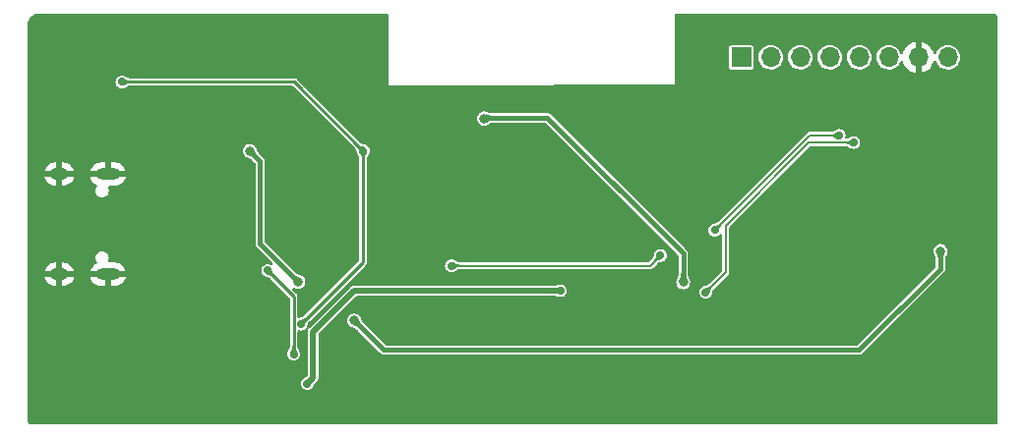
<source format=gbr>
%TF.GenerationSoftware,KiCad,Pcbnew,(6.0.9-0)*%
%TF.CreationDate,2023-03-15T21:38:28+08:00*%
%TF.ProjectId,Epaper-mcu,45706170-6572-42d6-9d63-752e6b696361,rev?*%
%TF.SameCoordinates,Original*%
%TF.FileFunction,Copper,L2,Bot*%
%TF.FilePolarity,Positive*%
%FSLAX46Y46*%
G04 Gerber Fmt 4.6, Leading zero omitted, Abs format (unit mm)*
G04 Created by KiCad (PCBNEW (6.0.9-0)) date 2023-03-15 21:38:28*
%MOMM*%
%LPD*%
G01*
G04 APERTURE LIST*
%TA.AperFunction,ComponentPad*%
%ADD10O,2.100000X1.000000*%
%TD*%
%TA.AperFunction,ComponentPad*%
%ADD11O,1.600000X1.000000*%
%TD*%
%TA.AperFunction,ComponentPad*%
%ADD12R,1.700000X1.700000*%
%TD*%
%TA.AperFunction,ComponentPad*%
%ADD13O,1.700000X1.700000*%
%TD*%
%TA.AperFunction,ViaPad*%
%ADD14C,0.700000*%
%TD*%
%TA.AperFunction,ViaPad*%
%ADD15C,0.800000*%
%TD*%
%TA.AperFunction,Conductor*%
%ADD16C,0.250000*%
%TD*%
%TA.AperFunction,Conductor*%
%ADD17C,0.400000*%
%TD*%
%TA.AperFunction,Conductor*%
%ADD18C,0.200000*%
%TD*%
%TA.AperFunction,Conductor*%
%ADD19C,0.500000*%
%TD*%
G04 APERTURE END LIST*
D10*
%TO.P,J1,S1,SHIELD*%
%TO.N,GND*%
X118725800Y-106148600D03*
X118725800Y-97508600D03*
D11*
X114545800Y-97508600D03*
X114545800Y-106148600D03*
%TD*%
D12*
%TO.P,J2,1,Pin_1*%
%TO.N,/BUSY*%
X173243000Y-87433000D03*
D13*
%TO.P,J2,2,Pin_2*%
%TO.N,/RST*%
X175783000Y-87433000D03*
%TO.P,J2,3,Pin_3*%
%TO.N,/DC*%
X178323000Y-87433000D03*
%TO.P,J2,4,Pin_4*%
%TO.N,/CS*%
X180863000Y-87433000D03*
%TO.P,J2,5,Pin_5*%
%TO.N,/CLK*%
X183403000Y-87433000D03*
%TO.P,J2,6,Pin_6*%
%TO.N,/SDA*%
X185943000Y-87433000D03*
%TO.P,J2,7,Pin_7*%
%TO.N,GND*%
X188483000Y-87433000D03*
%TO.P,J2,8,Pin_8*%
%TO.N,/3V3*%
X191023000Y-87433000D03*
%TD*%
D14*
%TO.N,/RST_EN*%
X135346500Y-110439200D03*
X140716000Y-95504000D03*
X119938800Y-89560400D03*
D15*
%TO.N,GND*%
X125628400Y-102283100D03*
X125628400Y-100374100D03*
%TO.N,+3.3V*%
X168249600Y-106832400D03*
X151130000Y-92710000D03*
%TO.N,/3V3*%
X139954000Y-110134400D03*
X190398400Y-104140000D03*
%TO.N,+5V*%
X135128000Y-106807000D03*
X130937000Y-95504000D03*
D14*
%TO.N,/GDR*%
X170967400Y-102336600D03*
X181660800Y-94183200D03*
%TO.N,/RESE*%
X170180000Y-107696000D03*
X182920700Y-94782700D03*
%TO.N,/CLK*%
X166285911Y-104513111D03*
X148311000Y-105410000D03*
%TO.N,/DTR*%
X132486400Y-105816400D03*
X134721600Y-113019500D03*
%TO.N,/BOOT*%
X157687600Y-107548000D03*
X135890000Y-115570000D03*
%TD*%
D16*
%TO.N,/RST_EN*%
X140716000Y-105069700D02*
X135346500Y-110439200D01*
X140716000Y-95504000D02*
X140716000Y-105069700D01*
X134772400Y-89560400D02*
X140716000Y-95504000D01*
X119938800Y-89560400D02*
X134772400Y-89560400D01*
D17*
%TO.N,GND*%
X125628400Y-102283100D02*
X125628400Y-100374100D01*
%TO.N,+3.3V*%
X168249600Y-106832400D02*
X168249600Y-104349339D01*
X156559461Y-92659200D02*
X151180800Y-92659200D01*
X168249600Y-104349339D02*
X156559461Y-92659200D01*
X151180800Y-92659200D02*
X151130000Y-92710000D01*
%TO.N,/3V3*%
X190398400Y-104140000D02*
X190398400Y-105664000D01*
X142494000Y-112674400D02*
X139954000Y-110134400D01*
X190398400Y-105664000D02*
X183388000Y-112674400D01*
X183388000Y-112674400D02*
X142494000Y-112674400D01*
%TO.N,+5V*%
X131826000Y-103505000D02*
X131826000Y-96393000D01*
X131826000Y-96393000D02*
X130937000Y-95504000D01*
X135128000Y-106807000D02*
X131826000Y-103505000D01*
D18*
%TO.N,/GDR*%
X179120800Y-94183200D02*
X170967400Y-102336600D01*
X181660800Y-94183200D02*
X179120800Y-94183200D01*
%TO.N,/RESE*%
X171907200Y-105968800D02*
X170180000Y-107696000D01*
X182920700Y-94782700D02*
X179080100Y-94782700D01*
X171907200Y-101955600D02*
X171907200Y-105968800D01*
X179080100Y-94782700D02*
X171907200Y-101955600D01*
%TO.N,/CLK*%
X148311000Y-105410000D02*
X165389022Y-105410000D01*
X165389022Y-105410000D02*
X166285911Y-104513111D01*
D16*
%TO.N,/DTR*%
X132486400Y-105816400D02*
X134721600Y-108051600D01*
X134721600Y-108051600D02*
X134721600Y-113019500D01*
D19*
%TO.N,/BOOT*%
X139928600Y-107569000D02*
X136386000Y-111111600D01*
X136386000Y-115074000D02*
X135890000Y-115570000D01*
X157687600Y-107548000D02*
X157666600Y-107569000D01*
X136386000Y-111111600D02*
X136386000Y-115074000D01*
X157666600Y-107569000D02*
X139928600Y-107569000D01*
%TD*%
%TA.AperFunction,Conductor*%
%TO.N,/BOOT*%
G36*
X136209426Y-114913620D02*
G01*
X136546380Y-115250574D01*
X136549807Y-115258847D01*
X136546353Y-115267146D01*
X136500375Y-115312823D01*
X136451983Y-115360718D01*
X136409028Y-115403882D01*
X136371034Y-115443640D01*
X136337525Y-115481318D01*
X136308026Y-115518239D01*
X136282061Y-115555729D01*
X136259155Y-115595113D01*
X136238831Y-115637715D01*
X136238752Y-115637918D01*
X136238750Y-115637924D01*
X136223446Y-115677534D01*
X136217267Y-115684016D01*
X136212763Y-115685014D01*
X135905535Y-115691020D01*
X135778422Y-115693505D01*
X135770083Y-115690240D01*
X135766495Y-115681578D01*
X135770407Y-115481443D01*
X135774985Y-115247238D01*
X135778573Y-115239035D01*
X135782466Y-115236554D01*
X135822075Y-115221249D01*
X135822080Y-115221247D01*
X135822284Y-115221168D01*
X135822481Y-115221074D01*
X135822488Y-115221071D01*
X135839870Y-115212778D01*
X135864886Y-115200844D01*
X135904270Y-115177938D01*
X135941760Y-115151973D01*
X135978681Y-115122474D01*
X136016359Y-115088965D01*
X136056117Y-115050971D01*
X136099281Y-115008016D01*
X136147176Y-114959624D01*
X136192853Y-114913647D01*
X136201115Y-114910193D01*
X136209426Y-114913620D01*
G37*
%TD.AperFunction*%
%TD*%
%TA.AperFunction,Conductor*%
%TO.N,/RST_EN*%
G36*
X135754030Y-109870924D02*
G01*
X135914776Y-110031670D01*
X135918203Y-110039943D01*
X135915034Y-110047950D01*
X135869071Y-110096922D01*
X135827432Y-110148744D01*
X135795775Y-110196698D01*
X135771996Y-110242332D01*
X135753995Y-110287193D01*
X135753930Y-110287399D01*
X135753926Y-110287411D01*
X135739716Y-110332683D01*
X135739671Y-110332827D01*
X135739637Y-110332955D01*
X135739630Y-110332979D01*
X135726932Y-110380745D01*
X135726922Y-110380784D01*
X135726906Y-110380848D01*
X135713679Y-110432489D01*
X135713618Y-110432718D01*
X135697806Y-110489632D01*
X135697672Y-110490079D01*
X135679671Y-110546105D01*
X135673878Y-110552933D01*
X135668761Y-110554224D01*
X135234922Y-110562705D01*
X135226583Y-110559440D01*
X135222995Y-110550778D01*
X135231476Y-110116939D01*
X135235064Y-110108735D01*
X135239595Y-110106029D01*
X135295620Y-110088027D01*
X135296067Y-110087893D01*
X135352981Y-110072081D01*
X135353210Y-110072020D01*
X135404915Y-110058777D01*
X135404954Y-110058767D01*
X135452720Y-110046069D01*
X135452744Y-110046062D01*
X135452872Y-110046028D01*
X135453007Y-110045985D01*
X135453016Y-110045983D01*
X135498288Y-110031773D01*
X135498300Y-110031769D01*
X135498506Y-110031704D01*
X135543367Y-110013703D01*
X135589001Y-109989924D01*
X135636955Y-109958267D01*
X135688777Y-109916628D01*
X135737750Y-109870666D01*
X135746128Y-109867503D01*
X135754030Y-109870924D01*
G37*
%TD.AperFunction*%
%TD*%
%TA.AperFunction,Conductor*%
%TO.N,/RST_EN*%
G36*
X140836349Y-95454148D02*
G01*
X140836349Y-95454149D01*
X140837880Y-95455741D01*
X141025208Y-95650538D01*
X141028473Y-95658877D01*
X141027182Y-95663994D01*
X141000288Y-95716352D01*
X141000088Y-95716723D01*
X140981737Y-95749192D01*
X140971004Y-95768183D01*
X140970885Y-95768387D01*
X140943717Y-95814267D01*
X140943694Y-95814306D01*
X140918798Y-95857231D01*
X140896658Y-95899628D01*
X140886421Y-95923586D01*
X140877779Y-95943810D01*
X140877776Y-95943819D01*
X140877665Y-95944078D01*
X140862211Y-95993160D01*
X140850688Y-96049454D01*
X140843487Y-96115540D01*
X140843480Y-96115764D01*
X140841359Y-96182671D01*
X140837672Y-96190831D01*
X140829665Y-96194000D01*
X140602335Y-96194000D01*
X140594062Y-96190573D01*
X140590641Y-96182671D01*
X140588519Y-96115764D01*
X140588512Y-96115540D01*
X140581311Y-96049454D01*
X140569788Y-95993160D01*
X140554334Y-95944078D01*
X140554223Y-95943819D01*
X140554220Y-95943810D01*
X140545578Y-95923586D01*
X140535341Y-95899628D01*
X140513201Y-95857231D01*
X140488305Y-95814306D01*
X140488282Y-95814267D01*
X140461114Y-95768387D01*
X140460995Y-95768183D01*
X140450262Y-95749192D01*
X140431911Y-95716723D01*
X140431711Y-95716352D01*
X140404818Y-95663994D01*
X140404086Y-95655069D01*
X140406792Y-95650538D01*
X140434683Y-95621535D01*
X140716000Y-95329000D01*
X140836349Y-95454148D01*
G37*
%TD.AperFunction*%
%TD*%
%TA.AperFunction,Conductor*%
%TO.N,/RST_EN*%
G36*
X140324750Y-94935466D02*
G01*
X140373722Y-94981428D01*
X140425544Y-95023067D01*
X140473498Y-95054724D01*
X140519132Y-95078503D01*
X140563993Y-95096504D01*
X140564199Y-95096569D01*
X140564211Y-95096573D01*
X140609483Y-95110783D01*
X140609492Y-95110785D01*
X140609627Y-95110828D01*
X140609755Y-95110862D01*
X140609779Y-95110869D01*
X140657545Y-95123567D01*
X140657584Y-95123577D01*
X140709289Y-95136820D01*
X140709518Y-95136881D01*
X140766432Y-95152693D01*
X140766879Y-95152827D01*
X140822905Y-95170829D01*
X140829733Y-95176622D01*
X140831024Y-95181739D01*
X140834348Y-95351775D01*
X140836349Y-95454149D01*
X140836350Y-95454150D01*
X140839743Y-95627743D01*
X140436297Y-95619856D01*
X140420690Y-95619551D01*
X140393739Y-95619024D01*
X140385535Y-95615436D01*
X140382829Y-95610905D01*
X140364827Y-95554879D01*
X140364693Y-95554432D01*
X140348881Y-95497518D01*
X140348820Y-95497289D01*
X140337771Y-95454150D01*
X140335577Y-95445584D01*
X140335567Y-95445545D01*
X140322869Y-95397779D01*
X140322862Y-95397755D01*
X140322828Y-95397627D01*
X140322783Y-95397483D01*
X140308573Y-95352211D01*
X140308569Y-95352199D01*
X140308504Y-95351993D01*
X140290503Y-95307132D01*
X140266724Y-95261498D01*
X140235067Y-95213544D01*
X140193428Y-95161722D01*
X140147466Y-95112750D01*
X140144303Y-95104372D01*
X140147724Y-95096470D01*
X140308470Y-94935724D01*
X140316743Y-94932297D01*
X140324750Y-94935466D01*
G37*
%TD.AperFunction*%
%TD*%
%TA.AperFunction,Conductor*%
%TO.N,/RST_EN*%
G36*
X120098794Y-89249218D02*
G01*
X120151152Y-89276111D01*
X120151523Y-89276311D01*
X120183992Y-89294662D01*
X120202983Y-89305395D01*
X120203187Y-89305514D01*
X120249067Y-89332682D01*
X120249106Y-89332705D01*
X120292031Y-89357601D01*
X120334428Y-89379741D01*
X120358386Y-89389978D01*
X120378610Y-89398620D01*
X120378619Y-89398623D01*
X120378878Y-89398734D01*
X120379152Y-89398820D01*
X120379154Y-89398821D01*
X120427680Y-89414100D01*
X120427683Y-89414101D01*
X120427960Y-89414188D01*
X120428248Y-89414247D01*
X120428252Y-89414248D01*
X120445138Y-89417704D01*
X120484254Y-89425711D01*
X120484525Y-89425741D01*
X120484528Y-89425741D01*
X120550116Y-89432888D01*
X120550126Y-89432889D01*
X120550340Y-89432912D01*
X120570249Y-89433543D01*
X120617471Y-89435041D01*
X120625631Y-89438728D01*
X120628800Y-89446735D01*
X120628800Y-89674065D01*
X120625373Y-89682338D01*
X120617471Y-89685759D01*
X120583567Y-89686834D01*
X120550340Y-89687887D01*
X120550126Y-89687910D01*
X120550116Y-89687911D01*
X120484528Y-89695058D01*
X120484525Y-89695058D01*
X120484254Y-89695088D01*
X120445138Y-89703095D01*
X120428252Y-89706551D01*
X120428248Y-89706552D01*
X120427960Y-89706611D01*
X120427683Y-89706698D01*
X120427680Y-89706699D01*
X120379154Y-89721978D01*
X120378878Y-89722065D01*
X120378619Y-89722176D01*
X120378610Y-89722179D01*
X120358386Y-89730821D01*
X120334428Y-89741058D01*
X120292031Y-89763198D01*
X120291916Y-89763265D01*
X120291910Y-89763268D01*
X120249106Y-89788094D01*
X120249067Y-89788117D01*
X120203187Y-89815285D01*
X120202983Y-89815404D01*
X120183992Y-89826137D01*
X120151523Y-89844488D01*
X120151152Y-89844688D01*
X120102637Y-89869608D01*
X120098794Y-89871582D01*
X120089869Y-89872314D01*
X120085338Y-89869608D01*
X120000597Y-89788117D01*
X119772569Y-89568833D01*
X119768981Y-89560629D01*
X119772569Y-89551967D01*
X119881998Y-89446735D01*
X120085338Y-89251192D01*
X120093677Y-89247927D01*
X120098794Y-89249218D01*
G37*
%TD.AperFunction*%
%TD*%
%TA.AperFunction,Conductor*%
%TO.N,+3.3V*%
G36*
X168446368Y-106045827D02*
G01*
X168449793Y-106053903D01*
X168451085Y-106130740D01*
X168455592Y-106206574D01*
X168463198Y-106272358D01*
X168473978Y-106330553D01*
X168488010Y-106383617D01*
X168505368Y-106434010D01*
X168526130Y-106484190D01*
X168550371Y-106536616D01*
X168550403Y-106536682D01*
X168550405Y-106536686D01*
X168578169Y-106593748D01*
X168606007Y-106650694D01*
X168606562Y-106659631D01*
X168603929Y-106663942D01*
X168258033Y-107023631D01*
X168249829Y-107027219D01*
X168241167Y-107023631D01*
X167895271Y-106663942D01*
X167892006Y-106655603D01*
X167893193Y-106650694D01*
X167921030Y-106593748D01*
X167948794Y-106536686D01*
X167948796Y-106536682D01*
X167948828Y-106536616D01*
X167973069Y-106484190D01*
X167993831Y-106434010D01*
X168011189Y-106383617D01*
X168025221Y-106330553D01*
X168036001Y-106272358D01*
X168043607Y-106206574D01*
X168048114Y-106130740D01*
X168049407Y-106053903D01*
X168052972Y-106045689D01*
X168061105Y-106042400D01*
X168438095Y-106042400D01*
X168446368Y-106045827D01*
G37*
%TD.AperFunction*%
%TD*%
%TA.AperFunction,Conductor*%
%TO.N,+3.3V*%
G36*
X151265454Y-92333583D02*
G01*
X151330392Y-92355781D01*
X151330417Y-92355789D01*
X151394556Y-92377875D01*
X151452792Y-92397197D01*
X151452803Y-92397201D01*
X151452886Y-92397228D01*
X151508171Y-92413885D01*
X151508290Y-92413915D01*
X151508289Y-92413915D01*
X151563043Y-92427847D01*
X151563055Y-92427850D01*
X151563178Y-92427881D01*
X151563310Y-92427907D01*
X151563314Y-92427908D01*
X151620512Y-92439220D01*
X151620520Y-92439221D01*
X151620670Y-92439251D01*
X151683413Y-92448032D01*
X151754173Y-92454260D01*
X151835713Y-92457971D01*
X151863884Y-92458335D01*
X151919251Y-92459051D01*
X151927479Y-92462584D01*
X151930800Y-92470750D01*
X151930800Y-92847719D01*
X151927373Y-92855992D01*
X151919322Y-92859417D01*
X151845721Y-92860805D01*
X151845627Y-92860811D01*
X151845610Y-92860812D01*
X151772653Y-92865721D01*
X151772648Y-92865721D01*
X151772477Y-92865733D01*
X151772313Y-92865755D01*
X151772300Y-92865756D01*
X151722203Y-92872389D01*
X151708866Y-92874155D01*
X151708637Y-92874204D01*
X151708627Y-92874206D01*
X151675722Y-92881285D01*
X151652685Y-92886241D01*
X151620667Y-92896245D01*
X151601982Y-92902082D01*
X151601977Y-92902084D01*
X151601730Y-92902161D01*
X151601485Y-92902263D01*
X151554005Y-92921998D01*
X151553994Y-92922003D01*
X151553797Y-92922085D01*
X151553605Y-92922183D01*
X151553599Y-92922186D01*
X151506827Y-92946109D01*
X151506818Y-92946114D01*
X151506685Y-92946182D01*
X151458190Y-92974623D01*
X151458086Y-92974689D01*
X151406108Y-93007579D01*
X151355067Y-93040777D01*
X151346264Y-93042415D01*
X151341703Y-93040355D01*
X150941349Y-92742412D01*
X150936758Y-92734724D01*
X150939228Y-92725679D01*
X151252564Y-92337307D01*
X151260426Y-92333020D01*
X151265454Y-92333583D01*
G37*
%TD.AperFunction*%
%TD*%
%TA.AperFunction,Conductor*%
%TO.N,/3V3*%
G36*
X190406833Y-103948769D02*
G01*
X190752729Y-104308458D01*
X190755994Y-104316797D01*
X190754808Y-104321704D01*
X190726969Y-104378651D01*
X190699171Y-104435783D01*
X190674930Y-104488209D01*
X190654168Y-104538389D01*
X190636810Y-104588782D01*
X190622778Y-104641846D01*
X190611998Y-104700041D01*
X190604392Y-104765825D01*
X190599885Y-104841659D01*
X190599883Y-104841778D01*
X190598593Y-104918497D01*
X190595028Y-104926711D01*
X190586895Y-104930000D01*
X190209905Y-104930000D01*
X190201632Y-104926573D01*
X190198207Y-104918497D01*
X190196916Y-104841778D01*
X190196914Y-104841659D01*
X190192407Y-104765825D01*
X190184801Y-104700041D01*
X190174021Y-104641846D01*
X190159989Y-104588782D01*
X190142631Y-104538389D01*
X190121869Y-104488209D01*
X190097628Y-104435783D01*
X190069830Y-104378651D01*
X190041993Y-104321705D01*
X190041438Y-104312769D01*
X190044071Y-104308458D01*
X190389967Y-103948769D01*
X190398171Y-103945181D01*
X190406833Y-103948769D01*
G37*
%TD.AperFunction*%
%TD*%
%TA.AperFunction,Conductor*%
%TO.N,/3V3*%
G36*
X140161399Y-109999798D02*
G01*
X140323666Y-110002970D01*
X140331870Y-110006558D01*
X140334503Y-110010869D01*
X140355085Y-110070818D01*
X140375827Y-110130873D01*
X140395757Y-110185085D01*
X140395789Y-110185161D01*
X140395797Y-110185183D01*
X140409883Y-110219148D01*
X140416559Y-110235248D01*
X140439918Y-110283155D01*
X140467518Y-110330599D01*
X140501045Y-110379371D01*
X140501158Y-110379513D01*
X140501162Y-110379519D01*
X140542085Y-110431142D01*
X140542097Y-110431156D01*
X140542184Y-110431266D01*
X140592619Y-110488075D01*
X140592719Y-110488179D01*
X140592726Y-110488186D01*
X140646038Y-110543321D01*
X140649325Y-110551651D01*
X140645900Y-110559727D01*
X140379327Y-110826300D01*
X140371054Y-110829727D01*
X140362921Y-110826438D01*
X140362779Y-110826300D01*
X140307675Y-110773019D01*
X140250866Y-110722584D01*
X140250756Y-110722497D01*
X140250742Y-110722485D01*
X140199119Y-110681562D01*
X140199113Y-110681558D01*
X140198971Y-110681445D01*
X140150199Y-110647918D01*
X140102755Y-110620318D01*
X140054848Y-110596959D01*
X140038748Y-110590283D01*
X140004783Y-110576197D01*
X140004761Y-110576189D01*
X140004685Y-110576157D01*
X139950473Y-110556227D01*
X139890418Y-110535485D01*
X139830469Y-110514903D01*
X139823757Y-110508975D01*
X139822570Y-110504066D01*
X139821145Y-110431142D01*
X139816336Y-110185183D01*
X139812817Y-110005144D01*
X139816082Y-109996805D01*
X139824744Y-109993217D01*
X140161399Y-109999798D01*
G37*
%TD.AperFunction*%
%TD*%
%TA.AperFunction,Conductor*%
%TO.N,+5V*%
G36*
X131144399Y-95369398D02*
G01*
X131306666Y-95372570D01*
X131314870Y-95376158D01*
X131317503Y-95380469D01*
X131338085Y-95440418D01*
X131358827Y-95500473D01*
X131378757Y-95554685D01*
X131378789Y-95554761D01*
X131378797Y-95554783D01*
X131392883Y-95588748D01*
X131399559Y-95604848D01*
X131422918Y-95652755D01*
X131450518Y-95700199D01*
X131484045Y-95748971D01*
X131484158Y-95749113D01*
X131484162Y-95749119D01*
X131525085Y-95800742D01*
X131525097Y-95800756D01*
X131525184Y-95800866D01*
X131575619Y-95857675D01*
X131575719Y-95857779D01*
X131575726Y-95857786D01*
X131629038Y-95912921D01*
X131632325Y-95921251D01*
X131628900Y-95929327D01*
X131362327Y-96195900D01*
X131354054Y-96199327D01*
X131345921Y-96196038D01*
X131345779Y-96195900D01*
X131290675Y-96142619D01*
X131233866Y-96092184D01*
X131233756Y-96092097D01*
X131233742Y-96092085D01*
X131182119Y-96051162D01*
X131182113Y-96051158D01*
X131181971Y-96051045D01*
X131133199Y-96017518D01*
X131085755Y-95989918D01*
X131037848Y-95966559D01*
X131021748Y-95959883D01*
X130987783Y-95945797D01*
X130987761Y-95945789D01*
X130987685Y-95945757D01*
X130933473Y-95925827D01*
X130873418Y-95905085D01*
X130813469Y-95884503D01*
X130806757Y-95878575D01*
X130805570Y-95873666D01*
X130804145Y-95800742D01*
X130799336Y-95554783D01*
X130795817Y-95374744D01*
X130799082Y-95366405D01*
X130807744Y-95362817D01*
X131144399Y-95369398D01*
G37*
%TD.AperFunction*%
%TD*%
%TA.AperFunction,Conductor*%
%TO.N,+5V*%
G36*
X134719078Y-106114962D02*
G01*
X134774324Y-106168380D01*
X134831133Y-106218815D01*
X134831243Y-106218902D01*
X134831257Y-106218914D01*
X134882880Y-106259837D01*
X134883028Y-106259954D01*
X134931800Y-106293481D01*
X134979244Y-106321081D01*
X135027151Y-106344440D01*
X135043251Y-106351116D01*
X135077216Y-106365202D01*
X135077238Y-106365210D01*
X135077314Y-106365242D01*
X135131526Y-106385172D01*
X135131559Y-106385183D01*
X135131569Y-106385187D01*
X135191581Y-106405914D01*
X135251531Y-106426497D01*
X135258243Y-106432425D01*
X135259430Y-106437334D01*
X135261865Y-106561880D01*
X135269183Y-106936256D01*
X135265918Y-106944595D01*
X135257256Y-106948183D01*
X134920601Y-106941602D01*
X134758334Y-106938430D01*
X134750130Y-106934842D01*
X134747497Y-106930531D01*
X134726914Y-106870581D01*
X134726880Y-106870482D01*
X134726873Y-106870461D01*
X134706187Y-106810569D01*
X134706183Y-106810559D01*
X134706172Y-106810526D01*
X134686242Y-106756314D01*
X134686210Y-106756238D01*
X134686202Y-106756216D01*
X134665499Y-106706294D01*
X134665440Y-106706151D01*
X134642081Y-106658244D01*
X134614481Y-106610800D01*
X134580954Y-106562028D01*
X134580837Y-106561880D01*
X134539914Y-106510257D01*
X134539902Y-106510243D01*
X134539815Y-106510133D01*
X134489380Y-106453324D01*
X134435962Y-106398078D01*
X134432675Y-106389749D01*
X134436100Y-106381673D01*
X134702673Y-106115100D01*
X134710946Y-106111673D01*
X134719078Y-106114962D01*
G37*
%TD.AperFunction*%
%TD*%
%TA.AperFunction,Conductor*%
%TO.N,/BOOT*%
G36*
X157522458Y-107247756D02*
G01*
X157853029Y-107529654D01*
X157857100Y-107537630D01*
X157854036Y-107546491D01*
X157559457Y-107865768D01*
X157551328Y-107869525D01*
X157546758Y-107868792D01*
X157504530Y-107852990D01*
X157504513Y-107852984D01*
X157504317Y-107852911D01*
X157504118Y-107852853D01*
X157504110Y-107852850D01*
X157485740Y-107847467D01*
X157456704Y-107838957D01*
X157456481Y-107838910D01*
X157456470Y-107838907D01*
X157410094Y-107829089D01*
X157410082Y-107829087D01*
X157409884Y-107829045D01*
X157362454Y-107822534D01*
X157362257Y-107822519D01*
X157362247Y-107822518D01*
X157313150Y-107818794D01*
X157313137Y-107818793D01*
X157313014Y-107818784D01*
X157287467Y-107817995D01*
X157260265Y-107817155D01*
X157260253Y-107817155D01*
X157260162Y-107817152D01*
X157229697Y-107817071D01*
X157202571Y-107816999D01*
X157202496Y-107816999D01*
X157138614Y-107817683D01*
X157067197Y-107818563D01*
X157067116Y-107818564D01*
X156998363Y-107818936D01*
X156990072Y-107815554D01*
X156986600Y-107807236D01*
X156986600Y-107330725D01*
X156990027Y-107322452D01*
X156998324Y-107319025D01*
X157062385Y-107319159D01*
X157062386Y-107319159D01*
X157129841Y-107319227D01*
X157129964Y-107319227D01*
X157162779Y-107318881D01*
X157190419Y-107318589D01*
X157245049Y-107316630D01*
X157295011Y-107312734D01*
X157295165Y-107312713D01*
X157295171Y-107312712D01*
X157341275Y-107306317D01*
X157341284Y-107306315D01*
X157341496Y-107306286D01*
X157341696Y-107306242D01*
X157341710Y-107306240D01*
X157385443Y-107296726D01*
X157385447Y-107296725D01*
X157385695Y-107296671D01*
X157428801Y-107283274D01*
X157472005Y-107265480D01*
X157472222Y-107265369D01*
X157509529Y-107246247D01*
X157518455Y-107245523D01*
X157522458Y-107247756D01*
G37*
%TD.AperFunction*%
%TD*%
%TA.AperFunction,Conductor*%
%TO.N,/GDR*%
G36*
X171392549Y-101785943D02*
G01*
X171518057Y-101911451D01*
X171521484Y-101919724D01*
X171518373Y-101927668D01*
X171498959Y-101948657D01*
X171472291Y-101977485D01*
X171472283Y-101977494D01*
X171472104Y-101977688D01*
X171471938Y-101977905D01*
X171471934Y-101977910D01*
X171466227Y-101985380D01*
X171431556Y-102030757D01*
X171401952Y-102080146D01*
X171390941Y-102104824D01*
X171381001Y-102127098D01*
X171380998Y-102127106D01*
X171380873Y-102127386D01*
X171365900Y-102174010D01*
X171354617Y-102221547D01*
X171354598Y-102221642D01*
X171354596Y-102221651D01*
X171344619Y-102271458D01*
X171344605Y-102271529D01*
X171333490Y-102325275D01*
X171333389Y-102325718D01*
X171318805Y-102384620D01*
X171318619Y-102385286D01*
X171300523Y-102443406D01*
X171294792Y-102450287D01*
X171289582Y-102451626D01*
X171116376Y-102455012D01*
X170855822Y-102460105D01*
X170847483Y-102456840D01*
X170843895Y-102448178D01*
X170852374Y-102014419D01*
X170855962Y-102006215D01*
X170860594Y-102003477D01*
X170918713Y-101985380D01*
X170919379Y-101985194D01*
X170978281Y-101970610D01*
X170978724Y-101970509D01*
X171032470Y-101959394D01*
X171032541Y-101959380D01*
X171082348Y-101949403D01*
X171082357Y-101949401D01*
X171082452Y-101949382D01*
X171129989Y-101938099D01*
X171176613Y-101923126D01*
X171176893Y-101923001D01*
X171176901Y-101922998D01*
X171202778Y-101911451D01*
X171223853Y-101902047D01*
X171224155Y-101901866D01*
X171272949Y-101872619D01*
X171272954Y-101872616D01*
X171273242Y-101872443D01*
X171326311Y-101831895D01*
X171326505Y-101831716D01*
X171326514Y-101831708D01*
X171362593Y-101798335D01*
X171376332Y-101785627D01*
X171384732Y-101782525D01*
X171392549Y-101785943D01*
G37*
%TD.AperFunction*%
%TD*%
%TA.AperFunction,Conductor*%
%TO.N,/GDR*%
G36*
X181514321Y-93874048D02*
G01*
X181731813Y-94083200D01*
X181827031Y-94174767D01*
X181830619Y-94182971D01*
X181827031Y-94191633D01*
X181731357Y-94283638D01*
X181514320Y-94492352D01*
X181505981Y-94495617D01*
X181500770Y-94494278D01*
X181497103Y-94492352D01*
X181482565Y-94484718D01*
X181446865Y-94465970D01*
X181446263Y-94465630D01*
X181394300Y-94434293D01*
X181393916Y-94434051D01*
X181348124Y-94403953D01*
X181348063Y-94403913D01*
X181305640Y-94375650D01*
X181264048Y-94350014D01*
X181220493Y-94327633D01*
X181172184Y-94309134D01*
X181171837Y-94309047D01*
X181116647Y-94295224D01*
X181116644Y-94295224D01*
X181116327Y-94295144D01*
X181050130Y-94286290D01*
X181049866Y-94286280D01*
X181049858Y-94286279D01*
X180982045Y-94283638D01*
X180973911Y-94279892D01*
X180970800Y-94271947D01*
X180970800Y-94094453D01*
X180974227Y-94086180D01*
X180982044Y-94082762D01*
X181049857Y-94080120D01*
X181049865Y-94080119D01*
X181050130Y-94080109D01*
X181116327Y-94071255D01*
X181116644Y-94071175D01*
X181116647Y-94071175D01*
X181171837Y-94057352D01*
X181171838Y-94057352D01*
X181172184Y-94057265D01*
X181220493Y-94038766D01*
X181264048Y-94016385D01*
X181305640Y-93990749D01*
X181348063Y-93962486D01*
X181393923Y-93932343D01*
X181394300Y-93932106D01*
X181446263Y-93900769D01*
X181446865Y-93900429D01*
X181500770Y-93872122D01*
X181509688Y-93871310D01*
X181514321Y-93874048D01*
G37*
%TD.AperFunction*%
%TD*%
%TA.AperFunction,Conductor*%
%TO.N,/RESE*%
G36*
X170605149Y-107145343D02*
G01*
X170730657Y-107270851D01*
X170734084Y-107279124D01*
X170730973Y-107287068D01*
X170711559Y-107308057D01*
X170684891Y-107336885D01*
X170684883Y-107336894D01*
X170684704Y-107337088D01*
X170684538Y-107337305D01*
X170684534Y-107337310D01*
X170678827Y-107344780D01*
X170644156Y-107390157D01*
X170614552Y-107439546D01*
X170603541Y-107464224D01*
X170593601Y-107486498D01*
X170593598Y-107486506D01*
X170593473Y-107486786D01*
X170578500Y-107533410D01*
X170567217Y-107580947D01*
X170567198Y-107581042D01*
X170567196Y-107581051D01*
X170557219Y-107630858D01*
X170557205Y-107630929D01*
X170546090Y-107684675D01*
X170545989Y-107685118D01*
X170531405Y-107744020D01*
X170531219Y-107744686D01*
X170513123Y-107802806D01*
X170507392Y-107809687D01*
X170502182Y-107811026D01*
X170328976Y-107814412D01*
X170068422Y-107819505D01*
X170060083Y-107816240D01*
X170056495Y-107807578D01*
X170064974Y-107373819D01*
X170068562Y-107365615D01*
X170073194Y-107362877D01*
X170131313Y-107344780D01*
X170131979Y-107344594D01*
X170190881Y-107330010D01*
X170191324Y-107329909D01*
X170245070Y-107318794D01*
X170245141Y-107318780D01*
X170294948Y-107308803D01*
X170294957Y-107308801D01*
X170295052Y-107308782D01*
X170342589Y-107297499D01*
X170389213Y-107282526D01*
X170389493Y-107282401D01*
X170389501Y-107282398D01*
X170415378Y-107270851D01*
X170436453Y-107261447D01*
X170436755Y-107261266D01*
X170485549Y-107232019D01*
X170485554Y-107232016D01*
X170485842Y-107231843D01*
X170538911Y-107191295D01*
X170539105Y-107191116D01*
X170539114Y-107191108D01*
X170575193Y-107157735D01*
X170588932Y-107145027D01*
X170597332Y-107141925D01*
X170605149Y-107145343D01*
G37*
%TD.AperFunction*%
%TD*%
%TA.AperFunction,Conductor*%
%TO.N,/RESE*%
G36*
X182774221Y-94473548D02*
G01*
X182991713Y-94682700D01*
X183086931Y-94774267D01*
X183090519Y-94782471D01*
X183086931Y-94791133D01*
X182991257Y-94883138D01*
X182774220Y-95091852D01*
X182765881Y-95095117D01*
X182760670Y-95093778D01*
X182757003Y-95091852D01*
X182742465Y-95084218D01*
X182706765Y-95065470D01*
X182706163Y-95065130D01*
X182654200Y-95033793D01*
X182653816Y-95033551D01*
X182608024Y-95003453D01*
X182607963Y-95003413D01*
X182565540Y-94975150D01*
X182523948Y-94949514D01*
X182480393Y-94927133D01*
X182432084Y-94908634D01*
X182431737Y-94908547D01*
X182376547Y-94894724D01*
X182376544Y-94894724D01*
X182376227Y-94894644D01*
X182310030Y-94885790D01*
X182309766Y-94885780D01*
X182309758Y-94885779D01*
X182241945Y-94883138D01*
X182233811Y-94879392D01*
X182230700Y-94871447D01*
X182230700Y-94693953D01*
X182234127Y-94685680D01*
X182241944Y-94682262D01*
X182309757Y-94679620D01*
X182309765Y-94679619D01*
X182310030Y-94679609D01*
X182376227Y-94670755D01*
X182376544Y-94670675D01*
X182376547Y-94670675D01*
X182431737Y-94656852D01*
X182431738Y-94656852D01*
X182432084Y-94656765D01*
X182480393Y-94638266D01*
X182523948Y-94615885D01*
X182565540Y-94590249D01*
X182607963Y-94561986D01*
X182653823Y-94531843D01*
X182654200Y-94531606D01*
X182706163Y-94500269D01*
X182706765Y-94499929D01*
X182760670Y-94471622D01*
X182769588Y-94470810D01*
X182774221Y-94473548D01*
G37*
%TD.AperFunction*%
%TD*%
%TA.AperFunction,Conductor*%
%TO.N,/CLK*%
G36*
X148471029Y-105098922D02*
G01*
X148485904Y-105106733D01*
X148524934Y-105127229D01*
X148525536Y-105127569D01*
X148577499Y-105158906D01*
X148577876Y-105159143D01*
X148623736Y-105189286D01*
X148666159Y-105217549D01*
X148707751Y-105243185D01*
X148751306Y-105265566D01*
X148799615Y-105284065D01*
X148799961Y-105284152D01*
X148799962Y-105284152D01*
X148855152Y-105297975D01*
X148855155Y-105297975D01*
X148855472Y-105298055D01*
X148921669Y-105306909D01*
X148921934Y-105306919D01*
X148921942Y-105306920D01*
X148989756Y-105309562D01*
X148997889Y-105313308D01*
X149001000Y-105321253D01*
X149001000Y-105498747D01*
X148997573Y-105507020D01*
X148989755Y-105510438D01*
X148921941Y-105513079D01*
X148921933Y-105513080D01*
X148921669Y-105513090D01*
X148855472Y-105521944D01*
X148855155Y-105522024D01*
X148855152Y-105522024D01*
X148799962Y-105535847D01*
X148799615Y-105535934D01*
X148751306Y-105554433D01*
X148707751Y-105576814D01*
X148666159Y-105602450D01*
X148623736Y-105630713D01*
X148623675Y-105630753D01*
X148577883Y-105660851D01*
X148577499Y-105661093D01*
X148525536Y-105692430D01*
X148524934Y-105692769D01*
X148471030Y-105721077D01*
X148462112Y-105721890D01*
X148457480Y-105719152D01*
X148240443Y-105510438D01*
X148144769Y-105418433D01*
X148141181Y-105410229D01*
X148144769Y-105401567D01*
X148239988Y-105310000D01*
X148457480Y-105100848D01*
X148465819Y-105097583D01*
X148471029Y-105098922D01*
G37*
%TD.AperFunction*%
%TD*%
%TA.AperFunction,Conductor*%
%TO.N,/CLK*%
G36*
X166405828Y-104392871D02*
G01*
X166409416Y-104401533D01*
X166400937Y-104835292D01*
X166397349Y-104843496D01*
X166392717Y-104846234D01*
X166334597Y-104864330D01*
X166333931Y-104864516D01*
X166275029Y-104879100D01*
X166274586Y-104879201D01*
X166220840Y-104890316D01*
X166220769Y-104890330D01*
X166170962Y-104900307D01*
X166170953Y-104900309D01*
X166170858Y-104900328D01*
X166123321Y-104911611D01*
X166076697Y-104926584D01*
X166076417Y-104926709D01*
X166076409Y-104926712D01*
X166068362Y-104930303D01*
X166029457Y-104947663D01*
X166029155Y-104947844D01*
X165980361Y-104977091D01*
X165980356Y-104977094D01*
X165980068Y-104977267D01*
X165926999Y-105017815D01*
X165926805Y-105017994D01*
X165926796Y-105018002D01*
X165897968Y-105044670D01*
X165876979Y-105064084D01*
X165868580Y-105067186D01*
X165860762Y-105063768D01*
X165735254Y-104938260D01*
X165731827Y-104929987D01*
X165734938Y-104922042D01*
X165781019Y-104872225D01*
X165781027Y-104872216D01*
X165781206Y-104872022D01*
X165787005Y-104864433D01*
X165821548Y-104819222D01*
X165821754Y-104818953D01*
X165851358Y-104769564D01*
X165862369Y-104744886D01*
X165872309Y-104722612D01*
X165872312Y-104722604D01*
X165872437Y-104722324D01*
X165887410Y-104675700D01*
X165898693Y-104628163D01*
X165908705Y-104578181D01*
X165919820Y-104524435D01*
X165919921Y-104523992D01*
X165934505Y-104465090D01*
X165934691Y-104464424D01*
X165952788Y-104406305D01*
X165958520Y-104399424D01*
X165963729Y-104398085D01*
X166136935Y-104394699D01*
X166397489Y-104389606D01*
X166405828Y-104392871D01*
G37*
%TD.AperFunction*%
%TD*%
%TA.AperFunction,Conductor*%
%TO.N,/DTR*%
G36*
X132808661Y-105701376D02*
G01*
X132816865Y-105704964D01*
X132819571Y-105709495D01*
X132837572Y-105765520D01*
X132837706Y-105765967D01*
X132853518Y-105822881D01*
X132853579Y-105823109D01*
X132866822Y-105874815D01*
X132866832Y-105874854D01*
X132879530Y-105922620D01*
X132879537Y-105922644D01*
X132879571Y-105922772D01*
X132879614Y-105922907D01*
X132879616Y-105922916D01*
X132893826Y-105968188D01*
X132893830Y-105968200D01*
X132893895Y-105968406D01*
X132911896Y-106013267D01*
X132935675Y-106058901D01*
X132967332Y-106106855D01*
X133008971Y-106158677D01*
X133044772Y-106196822D01*
X133054934Y-106207650D01*
X133058097Y-106216028D01*
X133054676Y-106223930D01*
X132893930Y-106384676D01*
X132885657Y-106388103D01*
X132877650Y-106384934D01*
X132828844Y-106339128D01*
X132828677Y-106338971D01*
X132776855Y-106297332D01*
X132728901Y-106265675D01*
X132683267Y-106241896D01*
X132638406Y-106223895D01*
X132638200Y-106223830D01*
X132638188Y-106223826D01*
X132592916Y-106209616D01*
X132592907Y-106209614D01*
X132592772Y-106209571D01*
X132592644Y-106209537D01*
X132592620Y-106209530D01*
X132544854Y-106196832D01*
X132544815Y-106196822D01*
X132493109Y-106183579D01*
X132492881Y-106183518D01*
X132435967Y-106167706D01*
X132435520Y-106167572D01*
X132379495Y-106149571D01*
X132372667Y-106143778D01*
X132371376Y-106138661D01*
X132362895Y-105704822D01*
X132366160Y-105696483D01*
X132374822Y-105692895D01*
X132808661Y-105701376D01*
G37*
%TD.AperFunction*%
%TD*%
%TA.AperFunction,Conductor*%
%TO.N,/DTR*%
G36*
X134843538Y-112332927D02*
G01*
X134846959Y-112340829D01*
X134849087Y-112407959D01*
X134856288Y-112474045D01*
X134867811Y-112530339D01*
X134883265Y-112579421D01*
X134883376Y-112579680D01*
X134883379Y-112579689D01*
X134892021Y-112599913D01*
X134902258Y-112623871D01*
X134924398Y-112666268D01*
X134924465Y-112666383D01*
X134924468Y-112666389D01*
X134949263Y-112709140D01*
X134949317Y-112709232D01*
X134976485Y-112755112D01*
X134976604Y-112755316D01*
X135005688Y-112806776D01*
X135005888Y-112807147D01*
X135031640Y-112857282D01*
X135032782Y-112859506D01*
X135033514Y-112868431D01*
X135030808Y-112872962D01*
X134730033Y-113185731D01*
X134721829Y-113189319D01*
X134713167Y-113185731D01*
X134412392Y-112872962D01*
X134409127Y-112864623D01*
X134410418Y-112859506D01*
X134437301Y-112807168D01*
X134437522Y-112806757D01*
X134466595Y-112755316D01*
X134466714Y-112755112D01*
X134493882Y-112709232D01*
X134493936Y-112709140D01*
X134518731Y-112666389D01*
X134518734Y-112666383D01*
X134518801Y-112666268D01*
X134540941Y-112623871D01*
X134551178Y-112599913D01*
X134559820Y-112579689D01*
X134559823Y-112579680D01*
X134559934Y-112579421D01*
X134575388Y-112530339D01*
X134586911Y-112474045D01*
X134594112Y-112407959D01*
X134596241Y-112340829D01*
X134599928Y-112332669D01*
X134607935Y-112329500D01*
X134835265Y-112329500D01*
X134843538Y-112332927D01*
G37*
%TD.AperFunction*%
%TD*%
%TA.AperFunction,Conductor*%
%TO.N,GND*%
G36*
X142791721Y-83671602D02*
G01*
X142838214Y-83725258D01*
X142849600Y-83777600D01*
X142849600Y-89865200D01*
X142863210Y-89865172D01*
X146554151Y-89857562D01*
X167487600Y-89814400D01*
X167487600Y-88302748D01*
X172192500Y-88302748D01*
X172193707Y-88308816D01*
X172197331Y-88327033D01*
X172204133Y-88361231D01*
X172248448Y-88427552D01*
X172314769Y-88471867D01*
X172326938Y-88474288D01*
X172326939Y-88474288D01*
X172367184Y-88482293D01*
X172373252Y-88483500D01*
X174112748Y-88483500D01*
X174118816Y-88482293D01*
X174159061Y-88474288D01*
X174159062Y-88474288D01*
X174171231Y-88471867D01*
X174237552Y-88427552D01*
X174281867Y-88361231D01*
X174288670Y-88327033D01*
X174292293Y-88308816D01*
X174293500Y-88302748D01*
X174293500Y-87418262D01*
X174727520Y-87418262D01*
X174744759Y-87623553D01*
X174746458Y-87629478D01*
X174792395Y-87789678D01*
X174801544Y-87821586D01*
X174804359Y-87827063D01*
X174804360Y-87827066D01*
X174892897Y-87999341D01*
X174895712Y-88004818D01*
X175023677Y-88166270D01*
X175028370Y-88170264D01*
X175028371Y-88170265D01*
X175102541Y-88233388D01*
X175180564Y-88299791D01*
X175185942Y-88302797D01*
X175185944Y-88302798D01*
X175216387Y-88319812D01*
X175360398Y-88400297D01*
X175444280Y-88427552D01*
X175550471Y-88462056D01*
X175550475Y-88462057D01*
X175556329Y-88463959D01*
X175760894Y-88488351D01*
X175767029Y-88487879D01*
X175767031Y-88487879D01*
X175839625Y-88482293D01*
X175966300Y-88472546D01*
X175972230Y-88470890D01*
X175972232Y-88470890D01*
X176158797Y-88418800D01*
X176158796Y-88418800D01*
X176164725Y-88417145D01*
X176170214Y-88414372D01*
X176170220Y-88414370D01*
X176343116Y-88327033D01*
X176348610Y-88324258D01*
X176364345Y-88311965D01*
X176506101Y-88201213D01*
X176510951Y-88197424D01*
X176568992Y-88130183D01*
X176641540Y-88046134D01*
X176641540Y-88046133D01*
X176645564Y-88041472D01*
X176666387Y-88004818D01*
X176684056Y-87973714D01*
X176747323Y-87862344D01*
X176812351Y-87666863D01*
X176838171Y-87462474D01*
X176838583Y-87433000D01*
X176837138Y-87418262D01*
X177267520Y-87418262D01*
X177284759Y-87623553D01*
X177286458Y-87629478D01*
X177332395Y-87789678D01*
X177341544Y-87821586D01*
X177344359Y-87827063D01*
X177344360Y-87827066D01*
X177432897Y-87999341D01*
X177435712Y-88004818D01*
X177563677Y-88166270D01*
X177568370Y-88170264D01*
X177568371Y-88170265D01*
X177642541Y-88233388D01*
X177720564Y-88299791D01*
X177725942Y-88302797D01*
X177725944Y-88302798D01*
X177756387Y-88319812D01*
X177900398Y-88400297D01*
X177984280Y-88427552D01*
X178090471Y-88462056D01*
X178090475Y-88462057D01*
X178096329Y-88463959D01*
X178300894Y-88488351D01*
X178307029Y-88487879D01*
X178307031Y-88487879D01*
X178379625Y-88482293D01*
X178506300Y-88472546D01*
X178512230Y-88470890D01*
X178512232Y-88470890D01*
X178698797Y-88418800D01*
X178698796Y-88418800D01*
X178704725Y-88417145D01*
X178710214Y-88414372D01*
X178710220Y-88414370D01*
X178883116Y-88327033D01*
X178888610Y-88324258D01*
X178904345Y-88311965D01*
X179046101Y-88201213D01*
X179050951Y-88197424D01*
X179108992Y-88130183D01*
X179181540Y-88046134D01*
X179181540Y-88046133D01*
X179185564Y-88041472D01*
X179206387Y-88004818D01*
X179224056Y-87973714D01*
X179287323Y-87862344D01*
X179352351Y-87666863D01*
X179378171Y-87462474D01*
X179378583Y-87433000D01*
X179377138Y-87418262D01*
X179807520Y-87418262D01*
X179824759Y-87623553D01*
X179826458Y-87629478D01*
X179872395Y-87789678D01*
X179881544Y-87821586D01*
X179884359Y-87827063D01*
X179884360Y-87827066D01*
X179972897Y-87999341D01*
X179975712Y-88004818D01*
X180103677Y-88166270D01*
X180108370Y-88170264D01*
X180108371Y-88170265D01*
X180182541Y-88233388D01*
X180260564Y-88299791D01*
X180265942Y-88302797D01*
X180265944Y-88302798D01*
X180296387Y-88319812D01*
X180440398Y-88400297D01*
X180524280Y-88427552D01*
X180630471Y-88462056D01*
X180630475Y-88462057D01*
X180636329Y-88463959D01*
X180840894Y-88488351D01*
X180847029Y-88487879D01*
X180847031Y-88487879D01*
X180919625Y-88482293D01*
X181046300Y-88472546D01*
X181052230Y-88470890D01*
X181052232Y-88470890D01*
X181238797Y-88418800D01*
X181238796Y-88418800D01*
X181244725Y-88417145D01*
X181250214Y-88414372D01*
X181250220Y-88414370D01*
X181423116Y-88327033D01*
X181428610Y-88324258D01*
X181444345Y-88311965D01*
X181586101Y-88201213D01*
X181590951Y-88197424D01*
X181648992Y-88130183D01*
X181721540Y-88046134D01*
X181721540Y-88046133D01*
X181725564Y-88041472D01*
X181746387Y-88004818D01*
X181764056Y-87973714D01*
X181827323Y-87862344D01*
X181892351Y-87666863D01*
X181918171Y-87462474D01*
X181918583Y-87433000D01*
X181917138Y-87418262D01*
X182347520Y-87418262D01*
X182364759Y-87623553D01*
X182366458Y-87629478D01*
X182412395Y-87789678D01*
X182421544Y-87821586D01*
X182424359Y-87827063D01*
X182424360Y-87827066D01*
X182512897Y-87999341D01*
X182515712Y-88004818D01*
X182643677Y-88166270D01*
X182648370Y-88170264D01*
X182648371Y-88170265D01*
X182722541Y-88233388D01*
X182800564Y-88299791D01*
X182805942Y-88302797D01*
X182805944Y-88302798D01*
X182836387Y-88319812D01*
X182980398Y-88400297D01*
X183064280Y-88427552D01*
X183170471Y-88462056D01*
X183170475Y-88462057D01*
X183176329Y-88463959D01*
X183380894Y-88488351D01*
X183387029Y-88487879D01*
X183387031Y-88487879D01*
X183459625Y-88482293D01*
X183586300Y-88472546D01*
X183592230Y-88470890D01*
X183592232Y-88470890D01*
X183778797Y-88418800D01*
X183778796Y-88418800D01*
X183784725Y-88417145D01*
X183790214Y-88414372D01*
X183790220Y-88414370D01*
X183963116Y-88327033D01*
X183968610Y-88324258D01*
X183984345Y-88311965D01*
X184126101Y-88201213D01*
X184130951Y-88197424D01*
X184188992Y-88130183D01*
X184261540Y-88046134D01*
X184261540Y-88046133D01*
X184265564Y-88041472D01*
X184286387Y-88004818D01*
X184304056Y-87973714D01*
X184367323Y-87862344D01*
X184432351Y-87666863D01*
X184458171Y-87462474D01*
X184458583Y-87433000D01*
X184457138Y-87418262D01*
X184887520Y-87418262D01*
X184904759Y-87623553D01*
X184906458Y-87629478D01*
X184952395Y-87789678D01*
X184961544Y-87821586D01*
X184964359Y-87827063D01*
X184964360Y-87827066D01*
X185052897Y-87999341D01*
X185055712Y-88004818D01*
X185183677Y-88166270D01*
X185188370Y-88170264D01*
X185188371Y-88170265D01*
X185262541Y-88233388D01*
X185340564Y-88299791D01*
X185345942Y-88302797D01*
X185345944Y-88302798D01*
X185376387Y-88319812D01*
X185520398Y-88400297D01*
X185604280Y-88427552D01*
X185710471Y-88462056D01*
X185710475Y-88462057D01*
X185716329Y-88463959D01*
X185920894Y-88488351D01*
X185927029Y-88487879D01*
X185927031Y-88487879D01*
X185999625Y-88482293D01*
X186126300Y-88472546D01*
X186132230Y-88470890D01*
X186132232Y-88470890D01*
X186318797Y-88418800D01*
X186318796Y-88418800D01*
X186324725Y-88417145D01*
X186330214Y-88414372D01*
X186330220Y-88414370D01*
X186503116Y-88327033D01*
X186508610Y-88324258D01*
X186524345Y-88311965D01*
X186666101Y-88201213D01*
X186670951Y-88197424D01*
X186728992Y-88130183D01*
X186801540Y-88046134D01*
X186801540Y-88046133D01*
X186805564Y-88041472D01*
X186826387Y-88004818D01*
X186844056Y-87973714D01*
X186907323Y-87862344D01*
X186916271Y-87835444D01*
X186931496Y-87789678D01*
X186971978Y-87731354D01*
X187037566Y-87704175D01*
X187107437Y-87716770D01*
X187159406Y-87765141D01*
X187173971Y-87801751D01*
X187181564Y-87835444D01*
X187184645Y-87845275D01*
X187264770Y-88042603D01*
X187269413Y-88051794D01*
X187380694Y-88233388D01*
X187386777Y-88241699D01*
X187526213Y-88402667D01*
X187533580Y-88409883D01*
X187697434Y-88545916D01*
X187705881Y-88551831D01*
X187889756Y-88659279D01*
X187899042Y-88663729D01*
X188098001Y-88739703D01*
X188107899Y-88742579D01*
X188211250Y-88763606D01*
X188225299Y-88762410D01*
X188229000Y-88752065D01*
X188229000Y-88751517D01*
X188737000Y-88751517D01*
X188741064Y-88765359D01*
X188754478Y-88767393D01*
X188761184Y-88766534D01*
X188771262Y-88764392D01*
X188975255Y-88703191D01*
X188984842Y-88699433D01*
X189176095Y-88605739D01*
X189184945Y-88600464D01*
X189358328Y-88476792D01*
X189366200Y-88470139D01*
X189517052Y-88319812D01*
X189523730Y-88311965D01*
X189648003Y-88139020D01*
X189653313Y-88130183D01*
X189747670Y-87939267D01*
X189751469Y-87929672D01*
X189792593Y-87794319D01*
X189831534Y-87734955D01*
X189896388Y-87706068D01*
X189966564Y-87716830D01*
X190019782Y-87763823D01*
X190034270Y-87796217D01*
X190041544Y-87821586D01*
X190044359Y-87827063D01*
X190044360Y-87827066D01*
X190132897Y-87999341D01*
X190135712Y-88004818D01*
X190263677Y-88166270D01*
X190268370Y-88170264D01*
X190268371Y-88170265D01*
X190342541Y-88233388D01*
X190420564Y-88299791D01*
X190425942Y-88302797D01*
X190425944Y-88302798D01*
X190456387Y-88319812D01*
X190600398Y-88400297D01*
X190684280Y-88427552D01*
X190790471Y-88462056D01*
X190790475Y-88462057D01*
X190796329Y-88463959D01*
X191000894Y-88488351D01*
X191007029Y-88487879D01*
X191007031Y-88487879D01*
X191079625Y-88482293D01*
X191206300Y-88472546D01*
X191212230Y-88470890D01*
X191212232Y-88470890D01*
X191398797Y-88418800D01*
X191398796Y-88418800D01*
X191404725Y-88417145D01*
X191410214Y-88414372D01*
X191410220Y-88414370D01*
X191583116Y-88327033D01*
X191588610Y-88324258D01*
X191604345Y-88311965D01*
X191746101Y-88201213D01*
X191750951Y-88197424D01*
X191808992Y-88130183D01*
X191881540Y-88046134D01*
X191881540Y-88046133D01*
X191885564Y-88041472D01*
X191906387Y-88004818D01*
X191924056Y-87973714D01*
X191987323Y-87862344D01*
X192052351Y-87666863D01*
X192078171Y-87462474D01*
X192078583Y-87433000D01*
X192058480Y-87227970D01*
X191998935Y-87030749D01*
X191902218Y-86848849D01*
X191826206Y-86755649D01*
X191775906Y-86693975D01*
X191775903Y-86693972D01*
X191772011Y-86689200D01*
X191754786Y-86674950D01*
X191618025Y-86561811D01*
X191618021Y-86561809D01*
X191613275Y-86557882D01*
X191432055Y-86459897D01*
X191235254Y-86398977D01*
X191229129Y-86398333D01*
X191229128Y-86398333D01*
X191036498Y-86378087D01*
X191036496Y-86378087D01*
X191030369Y-86377443D01*
X190943529Y-86385346D01*
X190831342Y-86395555D01*
X190831339Y-86395556D01*
X190825203Y-86396114D01*
X190627572Y-86454280D01*
X190445002Y-86549726D01*
X190440201Y-86553586D01*
X190440198Y-86553588D01*
X190407688Y-86579727D01*
X190284447Y-86678815D01*
X190152024Y-86836630D01*
X190149056Y-86842028D01*
X190149053Y-86842033D01*
X190142315Y-86854290D01*
X190052776Y-87017162D01*
X190050914Y-87023032D01*
X190034068Y-87076138D01*
X189994405Y-87135022D01*
X189929202Y-87163114D01*
X189859163Y-87151497D01*
X189806523Y-87103857D01*
X189791762Y-87068735D01*
X189774214Y-86998875D01*
X189770894Y-86989124D01*
X189685972Y-86793814D01*
X189681105Y-86784739D01*
X189565426Y-86605926D01*
X189559136Y-86597757D01*
X189415806Y-86440240D01*
X189408273Y-86433215D01*
X189241139Y-86301222D01*
X189232552Y-86295517D01*
X189046117Y-86192599D01*
X189036705Y-86188369D01*
X188835959Y-86117280D01*
X188825988Y-86114646D01*
X188754837Y-86101972D01*
X188741540Y-86103432D01*
X188737000Y-86117989D01*
X188737000Y-88751517D01*
X188229000Y-88751517D01*
X188229000Y-86116102D01*
X188225082Y-86102758D01*
X188210806Y-86100771D01*
X188172324Y-86106660D01*
X188162288Y-86109051D01*
X187959868Y-86175212D01*
X187950359Y-86179209D01*
X187761463Y-86277542D01*
X187752738Y-86283036D01*
X187582433Y-86410905D01*
X187574726Y-86417748D01*
X187427590Y-86571717D01*
X187421104Y-86579727D01*
X187301098Y-86755649D01*
X187296000Y-86764623D01*
X187206338Y-86957783D01*
X187202775Y-86967470D01*
X187174012Y-87071185D01*
X187136533Y-87131483D01*
X187072405Y-87161946D01*
X187001986Y-87152903D01*
X186947636Y-87107224D01*
X186931973Y-87073933D01*
X186931143Y-87071185D01*
X186918935Y-87030749D01*
X186822218Y-86848849D01*
X186746206Y-86755649D01*
X186695906Y-86693975D01*
X186695903Y-86693972D01*
X186692011Y-86689200D01*
X186674786Y-86674950D01*
X186538025Y-86561811D01*
X186538021Y-86561809D01*
X186533275Y-86557882D01*
X186352055Y-86459897D01*
X186155254Y-86398977D01*
X186149129Y-86398333D01*
X186149128Y-86398333D01*
X185956498Y-86378087D01*
X185956496Y-86378087D01*
X185950369Y-86377443D01*
X185863529Y-86385346D01*
X185751342Y-86395555D01*
X185751339Y-86395556D01*
X185745203Y-86396114D01*
X185547572Y-86454280D01*
X185365002Y-86549726D01*
X185360201Y-86553586D01*
X185360198Y-86553588D01*
X185327688Y-86579727D01*
X185204447Y-86678815D01*
X185072024Y-86836630D01*
X185069056Y-86842028D01*
X185069053Y-86842033D01*
X185062315Y-86854290D01*
X184972776Y-87017162D01*
X184910484Y-87213532D01*
X184909798Y-87219649D01*
X184909797Y-87219653D01*
X184888207Y-87412137D01*
X184887520Y-87418262D01*
X184457138Y-87418262D01*
X184438480Y-87227970D01*
X184378935Y-87030749D01*
X184282218Y-86848849D01*
X184206206Y-86755649D01*
X184155906Y-86693975D01*
X184155903Y-86693972D01*
X184152011Y-86689200D01*
X184134786Y-86674950D01*
X183998025Y-86561811D01*
X183998021Y-86561809D01*
X183993275Y-86557882D01*
X183812055Y-86459897D01*
X183615254Y-86398977D01*
X183609129Y-86398333D01*
X183609128Y-86398333D01*
X183416498Y-86378087D01*
X183416496Y-86378087D01*
X183410369Y-86377443D01*
X183323529Y-86385346D01*
X183211342Y-86395555D01*
X183211339Y-86395556D01*
X183205203Y-86396114D01*
X183007572Y-86454280D01*
X182825002Y-86549726D01*
X182820201Y-86553586D01*
X182820198Y-86553588D01*
X182787688Y-86579727D01*
X182664447Y-86678815D01*
X182532024Y-86836630D01*
X182529056Y-86842028D01*
X182529053Y-86842033D01*
X182522315Y-86854290D01*
X182432776Y-87017162D01*
X182370484Y-87213532D01*
X182369798Y-87219649D01*
X182369797Y-87219653D01*
X182348207Y-87412137D01*
X182347520Y-87418262D01*
X181917138Y-87418262D01*
X181898480Y-87227970D01*
X181838935Y-87030749D01*
X181742218Y-86848849D01*
X181666206Y-86755649D01*
X181615906Y-86693975D01*
X181615903Y-86693972D01*
X181612011Y-86689200D01*
X181594786Y-86674950D01*
X181458025Y-86561811D01*
X181458021Y-86561809D01*
X181453275Y-86557882D01*
X181272055Y-86459897D01*
X181075254Y-86398977D01*
X181069129Y-86398333D01*
X181069128Y-86398333D01*
X180876498Y-86378087D01*
X180876496Y-86378087D01*
X180870369Y-86377443D01*
X180783529Y-86385346D01*
X180671342Y-86395555D01*
X180671339Y-86395556D01*
X180665203Y-86396114D01*
X180467572Y-86454280D01*
X180285002Y-86549726D01*
X180280201Y-86553586D01*
X180280198Y-86553588D01*
X180247688Y-86579727D01*
X180124447Y-86678815D01*
X179992024Y-86836630D01*
X179989056Y-86842028D01*
X179989053Y-86842033D01*
X179982315Y-86854290D01*
X179892776Y-87017162D01*
X179830484Y-87213532D01*
X179829798Y-87219649D01*
X179829797Y-87219653D01*
X179808207Y-87412137D01*
X179807520Y-87418262D01*
X179377138Y-87418262D01*
X179358480Y-87227970D01*
X179298935Y-87030749D01*
X179202218Y-86848849D01*
X179126206Y-86755649D01*
X179075906Y-86693975D01*
X179075903Y-86693972D01*
X179072011Y-86689200D01*
X179054786Y-86674950D01*
X178918025Y-86561811D01*
X178918021Y-86561809D01*
X178913275Y-86557882D01*
X178732055Y-86459897D01*
X178535254Y-86398977D01*
X178529129Y-86398333D01*
X178529128Y-86398333D01*
X178336498Y-86378087D01*
X178336496Y-86378087D01*
X178330369Y-86377443D01*
X178243529Y-86385346D01*
X178131342Y-86395555D01*
X178131339Y-86395556D01*
X178125203Y-86396114D01*
X177927572Y-86454280D01*
X177745002Y-86549726D01*
X177740201Y-86553586D01*
X177740198Y-86553588D01*
X177707688Y-86579727D01*
X177584447Y-86678815D01*
X177452024Y-86836630D01*
X177449056Y-86842028D01*
X177449053Y-86842033D01*
X177442315Y-86854290D01*
X177352776Y-87017162D01*
X177290484Y-87213532D01*
X177289798Y-87219649D01*
X177289797Y-87219653D01*
X177268207Y-87412137D01*
X177267520Y-87418262D01*
X176837138Y-87418262D01*
X176818480Y-87227970D01*
X176758935Y-87030749D01*
X176662218Y-86848849D01*
X176586206Y-86755649D01*
X176535906Y-86693975D01*
X176535903Y-86693972D01*
X176532011Y-86689200D01*
X176514786Y-86674950D01*
X176378025Y-86561811D01*
X176378021Y-86561809D01*
X176373275Y-86557882D01*
X176192055Y-86459897D01*
X175995254Y-86398977D01*
X175989129Y-86398333D01*
X175989128Y-86398333D01*
X175796498Y-86378087D01*
X175796496Y-86378087D01*
X175790369Y-86377443D01*
X175703529Y-86385346D01*
X175591342Y-86395555D01*
X175591339Y-86395556D01*
X175585203Y-86396114D01*
X175387572Y-86454280D01*
X175205002Y-86549726D01*
X175200201Y-86553586D01*
X175200198Y-86553588D01*
X175167688Y-86579727D01*
X175044447Y-86678815D01*
X174912024Y-86836630D01*
X174909056Y-86842028D01*
X174909053Y-86842033D01*
X174902315Y-86854290D01*
X174812776Y-87017162D01*
X174750484Y-87213532D01*
X174749798Y-87219649D01*
X174749797Y-87219653D01*
X174728207Y-87412137D01*
X174727520Y-87418262D01*
X174293500Y-87418262D01*
X174293500Y-86563252D01*
X174281867Y-86504769D01*
X174237552Y-86438448D01*
X174171231Y-86394133D01*
X174159062Y-86391712D01*
X174159061Y-86391712D01*
X174118816Y-86383707D01*
X174112748Y-86382500D01*
X172373252Y-86382500D01*
X172367184Y-86383707D01*
X172326939Y-86391712D01*
X172326938Y-86391712D01*
X172314769Y-86394133D01*
X172248448Y-86438448D01*
X172204133Y-86504769D01*
X172192500Y-86563252D01*
X172192500Y-88302748D01*
X167487600Y-88302748D01*
X167487600Y-83777600D01*
X167507602Y-83709479D01*
X167561258Y-83662986D01*
X167613600Y-83651600D01*
X194782813Y-83651600D01*
X194795163Y-83652207D01*
X194971740Y-83669599D01*
X194995957Y-83674415D01*
X195159809Y-83724118D01*
X195182628Y-83733570D01*
X195196897Y-83741197D01*
X195247545Y-83790950D01*
X195263500Y-83852319D01*
X195263500Y-118982500D01*
X195243498Y-119050621D01*
X195189842Y-119097114D01*
X195137500Y-119108500D01*
X111995519Y-119108500D01*
X111927398Y-119088498D01*
X111884397Y-119041897D01*
X111876771Y-119027630D01*
X111867318Y-119004809D01*
X111860551Y-118982500D01*
X111817615Y-118840957D01*
X111812798Y-118816737D01*
X111795407Y-118640163D01*
X111794800Y-118627813D01*
X111794800Y-115570000D01*
X135334750Y-115570000D01*
X135353670Y-115713709D01*
X135409139Y-115847625D01*
X135497379Y-115962621D01*
X135612375Y-116050861D01*
X135746291Y-116106330D01*
X135890000Y-116125250D01*
X136033709Y-116106330D01*
X136167625Y-116050861D01*
X136282621Y-115962621D01*
X136370861Y-115847625D01*
X136397992Y-115782124D01*
X136407987Y-115762874D01*
X136411814Y-115756837D01*
X136411817Y-115756830D01*
X136415135Y-115751598D01*
X136417366Y-115745824D01*
X136417369Y-115745818D01*
X136425954Y-115723600D01*
X136429763Y-115714762D01*
X136438797Y-115695825D01*
X136443600Y-115686732D01*
X136453124Y-115670356D01*
X136458446Y-115661983D01*
X136470519Y-115644550D01*
X136475645Y-115637665D01*
X136492628Y-115616409D01*
X136496917Y-115611323D01*
X136520637Y-115584653D01*
X136523693Y-115581338D01*
X136555284Y-115548280D01*
X136557038Y-115546481D01*
X136596818Y-115506507D01*
X136597378Y-115505948D01*
X136644933Y-115458882D01*
X136644938Y-115458877D01*
X136645207Y-115458610D01*
X136686774Y-115417315D01*
X136691185Y-115412933D01*
X136694412Y-115408129D01*
X136705123Y-115397657D01*
X136710715Y-115391702D01*
X136718110Y-115385872D01*
X136723465Y-115378124D01*
X136723467Y-115378122D01*
X136751474Y-115337600D01*
X136753774Y-115334381D01*
X136783038Y-115294760D01*
X136783039Y-115294759D01*
X136788634Y-115287183D01*
X136791027Y-115280369D01*
X136795131Y-115274431D01*
X136812827Y-115218476D01*
X136814078Y-115214728D01*
X136830396Y-115168262D01*
X136833519Y-115159369D01*
X136833801Y-115152182D01*
X136833813Y-115152120D01*
X136835980Y-115145270D01*
X136836500Y-115138663D01*
X136836500Y-115085980D01*
X136836597Y-115081037D01*
X136837351Y-115061838D01*
X136838838Y-115024006D01*
X136836954Y-115016900D01*
X136836500Y-115008653D01*
X136836500Y-111350393D01*
X136856502Y-111282272D01*
X136873405Y-111261298D01*
X138000303Y-110134400D01*
X139348318Y-110134400D01*
X139368956Y-110291162D01*
X139429464Y-110437241D01*
X139525718Y-110562682D01*
X139651159Y-110658936D01*
X139733867Y-110693195D01*
X139749020Y-110700700D01*
X139763739Y-110709267D01*
X139807194Y-110724186D01*
X139823330Y-110729726D01*
X139823549Y-110729802D01*
X139880300Y-110749403D01*
X139882603Y-110750223D01*
X139927455Y-110766712D01*
X139932215Y-110768573D01*
X139952740Y-110777085D01*
X139966840Y-110782932D01*
X139973792Y-110786065D01*
X140001780Y-110799711D01*
X140009919Y-110804055D01*
X140036064Y-110819265D01*
X140044083Y-110824344D01*
X140054961Y-110831821D01*
X140073269Y-110844407D01*
X140080147Y-110849488D01*
X140115971Y-110877887D01*
X140121340Y-110882392D01*
X140165973Y-110922017D01*
X140169885Y-110925641D01*
X140220074Y-110974171D01*
X140225149Y-110977470D01*
X140225155Y-110977475D01*
X140229875Y-110980543D01*
X140250294Y-110997087D01*
X142165950Y-112912742D01*
X142255658Y-113002450D01*
X142264492Y-113006951D01*
X142264493Y-113006952D01*
X142275259Y-113012438D01*
X142292116Y-113022768D01*
X142309910Y-113035696D01*
X142330830Y-113042493D01*
X142349093Y-113050058D01*
X142359861Y-113055545D01*
X142359865Y-113055546D01*
X142368696Y-113060046D01*
X142378485Y-113061597D01*
X142378493Y-113061599D01*
X142390427Y-113063489D01*
X142409647Y-113068103D01*
X142421133Y-113071835D01*
X142421140Y-113071836D01*
X142430567Y-113074899D01*
X142462477Y-113074899D01*
X142462481Y-113074900D01*
X183451433Y-113074900D01*
X183460864Y-113071836D01*
X183460868Y-113071835D01*
X183472353Y-113068103D01*
X183491578Y-113063487D01*
X183503512Y-113061597D01*
X183503513Y-113061597D01*
X183513304Y-113060046D01*
X183522137Y-113055545D01*
X183522141Y-113055544D01*
X183532906Y-113050059D01*
X183551166Y-113042495D01*
X183572090Y-113035696D01*
X183589893Y-113022761D01*
X183606745Y-113012435D01*
X183617502Y-113006954D01*
X183626342Y-113002450D01*
X183648905Y-112979887D01*
X183648909Y-112979884D01*
X190703884Y-105924909D01*
X190703887Y-105924905D01*
X190726450Y-105902342D01*
X190733383Y-105888735D01*
X190736437Y-105882742D01*
X190746765Y-105865887D01*
X190753867Y-105856112D01*
X190759696Y-105848089D01*
X190766494Y-105827168D01*
X190774058Y-105808908D01*
X190779544Y-105798141D01*
X190779545Y-105798137D01*
X190784046Y-105789304D01*
X190786038Y-105776730D01*
X190787487Y-105767578D01*
X190792103Y-105748353D01*
X190795835Y-105736868D01*
X190795836Y-105736864D01*
X190798900Y-105727433D01*
X190798900Y-104959292D01*
X190801751Y-104932639D01*
X190802756Y-104927996D01*
X190802756Y-104927995D01*
X190804064Y-104921952D01*
X190804894Y-104872592D01*
X190805238Y-104852165D01*
X190805442Y-104846809D01*
X190808982Y-104787240D01*
X190809594Y-104780245D01*
X190814842Y-104734848D01*
X190816113Y-104726386D01*
X190822564Y-104691563D01*
X190824642Y-104682306D01*
X190832375Y-104653063D01*
X190835058Y-104644238D01*
X190845201Y-104614793D01*
X190847902Y-104607660D01*
X190862228Y-104573035D01*
X190864282Y-104568344D01*
X190884328Y-104524990D01*
X190885394Y-104522744D01*
X190911655Y-104468771D01*
X190911757Y-104468561D01*
X190937923Y-104415035D01*
X190939428Y-104411957D01*
X190954556Y-104369982D01*
X190955357Y-104366666D01*
X190955808Y-104365165D01*
X190960081Y-104353166D01*
X190980284Y-104304392D01*
X190980285Y-104304389D01*
X190983444Y-104296762D01*
X191004082Y-104140000D01*
X190989897Y-104032250D01*
X190984522Y-103991426D01*
X190983444Y-103983238D01*
X190922936Y-103837159D01*
X190826682Y-103711718D01*
X190701241Y-103615464D01*
X190555162Y-103554956D01*
X190398400Y-103534318D01*
X190241638Y-103554956D01*
X190095559Y-103615464D01*
X189970118Y-103711718D01*
X189873864Y-103837159D01*
X189813356Y-103983238D01*
X189812278Y-103991426D01*
X189806903Y-104032250D01*
X189792718Y-104140000D01*
X189813356Y-104296762D01*
X189816516Y-104304391D01*
X189847609Y-104379456D01*
X189853018Y-104395482D01*
X189855092Y-104403329D01*
X189857371Y-104411954D01*
X189860089Y-104417514D01*
X189884941Y-104468354D01*
X189885042Y-104468561D01*
X189911405Y-104522743D01*
X189912471Y-104524990D01*
X189932517Y-104568344D01*
X189934571Y-104573035D01*
X189948897Y-104607660D01*
X189951598Y-104614793D01*
X189961741Y-104644238D01*
X189964424Y-104653063D01*
X189972157Y-104682306D01*
X189974235Y-104691563D01*
X189980686Y-104726386D01*
X189981957Y-104734848D01*
X189987205Y-104780245D01*
X189987817Y-104787241D01*
X189991357Y-104846811D01*
X189991561Y-104852164D01*
X189992628Y-104915545D01*
X189992736Y-104921955D01*
X189995002Y-104932639D01*
X189995159Y-104933381D01*
X189997900Y-104959519D01*
X189997900Y-105445917D01*
X189977898Y-105514038D01*
X189960995Y-105535012D01*
X183259012Y-112236995D01*
X183196700Y-112271021D01*
X183169917Y-112273900D01*
X142712082Y-112273900D01*
X142643961Y-112253898D01*
X142622987Y-112236995D01*
X140816524Y-110430531D01*
X140799691Y-110409665D01*
X140797121Y-110405675D01*
X140793771Y-110400474D01*
X140745241Y-110350285D01*
X140741617Y-110346373D01*
X140701992Y-110301740D01*
X140697478Y-110296361D01*
X140686866Y-110282974D01*
X140669088Y-110260547D01*
X140664007Y-110253669D01*
X140643944Y-110224484D01*
X140638865Y-110216464D01*
X140623655Y-110190319D01*
X140619311Y-110182180D01*
X140605665Y-110154192D01*
X140602532Y-110147240D01*
X140596685Y-110133140D01*
X140588173Y-110112615D01*
X140586304Y-110107835D01*
X140569837Y-110063041D01*
X140569003Y-110060700D01*
X140549326Y-110003729D01*
X140549250Y-110003509D01*
X140529980Y-109947379D01*
X140529976Y-109947369D01*
X140528867Y-109944139D01*
X140524236Y-109934288D01*
X140511336Y-109906852D01*
X140509880Y-109903755D01*
X140508094Y-109900831D01*
X140507371Y-109899488D01*
X140501902Y-109887971D01*
X140495919Y-109873525D01*
X140478536Y-109831559D01*
X140382282Y-109706118D01*
X140372120Y-109698320D01*
X140263392Y-109614891D01*
X140256841Y-109609864D01*
X140110762Y-109549356D01*
X139954000Y-109528718D01*
X139797238Y-109549356D01*
X139651159Y-109609864D01*
X139644608Y-109614891D01*
X139535881Y-109698320D01*
X139525718Y-109706118D01*
X139429464Y-109831559D01*
X139368956Y-109977638D01*
X139348318Y-110134400D01*
X138000303Y-110134400D01*
X140078298Y-108056405D01*
X140140610Y-108022379D01*
X140167393Y-108019500D01*
X156961888Y-108019500D01*
X156985801Y-108021790D01*
X156993399Y-108023259D01*
X156993404Y-108023259D01*
X156999475Y-108024433D01*
X157005658Y-108024400D01*
X157005663Y-108024400D01*
X157068228Y-108024061D01*
X157069566Y-108024049D01*
X157069599Y-108024048D01*
X157069649Y-108024048D01*
X157140666Y-108023173D01*
X157140870Y-108023170D01*
X157202497Y-108022511D01*
X157204125Y-108022504D01*
X157254969Y-108022638D01*
X157258477Y-108022698D01*
X157293433Y-108023777D01*
X157299255Y-108023957D01*
X157304893Y-108024258D01*
X157336852Y-108026682D01*
X157344456Y-108027491D01*
X157354438Y-108028861D01*
X157370093Y-108031010D01*
X157379045Y-108032570D01*
X157401746Y-108037377D01*
X157411066Y-108039725D01*
X157434915Y-108046714D01*
X157443615Y-108049612D01*
X157474739Y-108061259D01*
X157477768Y-108062060D01*
X157503777Y-108068939D01*
X157519769Y-108074339D01*
X157543891Y-108084330D01*
X157687600Y-108103250D01*
X157831309Y-108084330D01*
X157965225Y-108028861D01*
X158080221Y-107940621D01*
X158168461Y-107825625D01*
X158222153Y-107696000D01*
X169624750Y-107696000D01*
X169643670Y-107839709D01*
X169699139Y-107973625D01*
X169787379Y-108088621D01*
X169902375Y-108176861D01*
X170036291Y-108232330D01*
X170180000Y-108251250D01*
X170323709Y-108232330D01*
X170457625Y-108176861D01*
X170572621Y-108088621D01*
X170660861Y-107973625D01*
X170677889Y-107932516D01*
X170694120Y-107893331D01*
X170699841Y-107881349D01*
X170706375Y-107869335D01*
X170706378Y-107869329D01*
X170709332Y-107863897D01*
X170711170Y-107857995D01*
X170727302Y-107806183D01*
X170727316Y-107806135D01*
X170727428Y-107805777D01*
X170729145Y-107799963D01*
X170729331Y-107799297D01*
X170730882Y-107793410D01*
X170745466Y-107734508D01*
X170746348Y-107730798D01*
X170746360Y-107730746D01*
X170746377Y-107730673D01*
X170746393Y-107730600D01*
X170746449Y-107730355D01*
X170747332Y-107726293D01*
X170758447Y-107672547D01*
X170758702Y-107671291D01*
X170767566Y-107627037D01*
X170768517Y-107622694D01*
X170775469Y-107593404D01*
X170778094Y-107583988D01*
X170783606Y-107566822D01*
X170788505Y-107554013D01*
X170789274Y-107552291D01*
X170794084Y-107541511D01*
X170801075Y-107528078D01*
X170810822Y-107511817D01*
X170818774Y-107500099D01*
X170838528Y-107474245D01*
X170846151Y-107465184D01*
X170872217Y-107437004D01*
X170881830Y-107426612D01*
X170884955Y-107421626D01*
X170886800Y-107418683D01*
X170904468Y-107396503D01*
X172082652Y-106218319D01*
X172084686Y-106216563D01*
X172089469Y-106214225D01*
X172100373Y-106202471D01*
X172122773Y-106178323D01*
X172126053Y-106174918D01*
X172139448Y-106161523D01*
X172142172Y-106157553D01*
X172144497Y-106154905D01*
X172157690Y-106140682D01*
X172165601Y-106132154D01*
X172169913Y-106121347D01*
X172172432Y-106117362D01*
X172178204Y-106106553D01*
X172180111Y-106102248D01*
X172186693Y-106092654D01*
X172192386Y-106068664D01*
X172197951Y-106051068D01*
X172200612Y-106044399D01*
X172207083Y-106028178D01*
X172207700Y-106021885D01*
X172207700Y-106018803D01*
X172207850Y-106015733D01*
X172208066Y-106015744D01*
X172209398Y-106004369D01*
X172209853Y-105995055D01*
X172212540Y-105983734D01*
X172210025Y-105965250D01*
X172208851Y-105956627D01*
X172207700Y-105939636D01*
X172207700Y-102132261D01*
X172227702Y-102064140D01*
X172244605Y-102043166D01*
X179167666Y-95120105D01*
X179229978Y-95086079D01*
X179256761Y-95083200D01*
X182197022Y-95083200D01*
X182226384Y-95086669D01*
X182233947Y-95088482D01*
X182281897Y-95090350D01*
X182286439Y-95090527D01*
X182298237Y-95091543D01*
X182330485Y-95095856D01*
X182344392Y-95098519D01*
X182352664Y-95100591D01*
X182362795Y-95103128D01*
X182377236Y-95107683D01*
X182388815Y-95112117D01*
X182390022Y-95112579D01*
X182402543Y-95118174D01*
X182418562Y-95126405D01*
X182427093Y-95131216D01*
X182452740Y-95147025D01*
X182456482Y-95149424D01*
X182494025Y-95174435D01*
X182495091Y-95175140D01*
X182540944Y-95205278D01*
X182544251Y-95207406D01*
X182544635Y-95207648D01*
X182544859Y-95207786D01*
X182546486Y-95208789D01*
X182548075Y-95209769D01*
X182600038Y-95241106D01*
X182605104Y-95244064D01*
X182605706Y-95244404D01*
X182606042Y-95244587D01*
X182606078Y-95244607D01*
X182608370Y-95245855D01*
X182611221Y-95247408D01*
X182665126Y-95275716D01*
X182709527Y-95292812D01*
X182713068Y-95293722D01*
X182716554Y-95294837D01*
X182716513Y-95294964D01*
X182728735Y-95299042D01*
X182736580Y-95302292D01*
X182769363Y-95315871D01*
X182769367Y-95315872D01*
X182776991Y-95319030D01*
X182920700Y-95337950D01*
X183064409Y-95319030D01*
X183198325Y-95263561D01*
X183313321Y-95175321D01*
X183401561Y-95060325D01*
X183457030Y-94926409D01*
X183475950Y-94782700D01*
X183457030Y-94638991D01*
X183401561Y-94505075D01*
X183313321Y-94390079D01*
X183198325Y-94301839D01*
X183064409Y-94246370D01*
X182920700Y-94227450D01*
X182776991Y-94246370D01*
X182696691Y-94279631D01*
X182684186Y-94284054D01*
X182665128Y-94289682D01*
X182659644Y-94292562D01*
X182659641Y-94292563D01*
X182647995Y-94298679D01*
X182611223Y-94317989D01*
X182605706Y-94320995D01*
X182605104Y-94321335D01*
X182600038Y-94324293D01*
X182548075Y-94355630D01*
X182544829Y-94357628D01*
X182544452Y-94357865D01*
X182540950Y-94360117D01*
X182495090Y-94390260D01*
X182494936Y-94390362D01*
X182494881Y-94390398D01*
X182494025Y-94390964D01*
X182493930Y-94391027D01*
X182456482Y-94415975D01*
X182452740Y-94418374D01*
X182427093Y-94434183D01*
X182418562Y-94438994D01*
X182402543Y-94447225D01*
X182390022Y-94452820D01*
X182377236Y-94457716D01*
X182362791Y-94462272D01*
X182357387Y-94463625D01*
X182352760Y-94464784D01*
X182281820Y-94461926D01*
X182223688Y-94421169D01*
X182196819Y-94355453D01*
X182197235Y-94326110D01*
X182197909Y-94320995D01*
X182216050Y-94183200D01*
X182197130Y-94039491D01*
X182141661Y-93905575D01*
X182053421Y-93790579D01*
X181938425Y-93702339D01*
X181804509Y-93646870D01*
X181660800Y-93627950D01*
X181517091Y-93646870D01*
X181436791Y-93680131D01*
X181424286Y-93684554D01*
X181405228Y-93690182D01*
X181399744Y-93693062D01*
X181399741Y-93693063D01*
X181388095Y-93699179D01*
X181351323Y-93718489D01*
X181345806Y-93721495D01*
X181345204Y-93721835D01*
X181340138Y-93724793D01*
X181288175Y-93756130D01*
X181284929Y-93758128D01*
X181284552Y-93758365D01*
X181281050Y-93760617D01*
X181235190Y-93790760D01*
X181235036Y-93790862D01*
X181234981Y-93790898D01*
X181234125Y-93791464D01*
X181234030Y-93791527D01*
X181196582Y-93816475D01*
X181192840Y-93818874D01*
X181167193Y-93834683D01*
X181158662Y-93839494D01*
X181142643Y-93847725D01*
X181130122Y-93853320D01*
X181117336Y-93858216D01*
X181102895Y-93862771D01*
X181092764Y-93865308D01*
X181084492Y-93867380D01*
X181070585Y-93870043D01*
X181038337Y-93874356D01*
X181026541Y-93875372D01*
X181022192Y-93875542D01*
X180974043Y-93877418D01*
X180964933Y-93879509D01*
X180936754Y-93882700D01*
X179173166Y-93882700D01*
X179170493Y-93882504D01*
X179165458Y-93880775D01*
X179153836Y-93881211D01*
X179153834Y-93881211D01*
X179116545Y-93882611D01*
X179111819Y-93882700D01*
X179092852Y-93882700D01*
X179088117Y-93883582D01*
X179084591Y-93883810D01*
X179080851Y-93883951D01*
X179053592Y-93884974D01*
X179042907Y-93889564D01*
X179038307Y-93890601D01*
X179026586Y-93894162D01*
X179022183Y-93895861D01*
X179010747Y-93897991D01*
X178989761Y-93910927D01*
X178973389Y-93919431D01*
X178958912Y-93925651D01*
X178958908Y-93925653D01*
X178950737Y-93929164D01*
X178945851Y-93933178D01*
X178943666Y-93935363D01*
X178941403Y-93937415D01*
X178941258Y-93937255D01*
X178932251Y-93944375D01*
X178925356Y-93950627D01*
X178915452Y-93956732D01*
X178898884Y-93978520D01*
X178887690Y-93991339D01*
X171266639Y-101612390D01*
X171243415Y-101630705D01*
X171236791Y-101634767D01*
X171232252Y-101638966D01*
X171232250Y-101638967D01*
X171198213Y-101670450D01*
X171189154Y-101678071D01*
X171163300Y-101697825D01*
X171151582Y-101705777D01*
X171135321Y-101715524D01*
X171121887Y-101722515D01*
X171109381Y-101728096D01*
X171096563Y-101732997D01*
X171079423Y-101738501D01*
X171069998Y-101741129D01*
X171040709Y-101748081D01*
X171036358Y-101749033D01*
X170992178Y-101757883D01*
X170990925Y-101758138D01*
X170937108Y-101769267D01*
X170933044Y-101770150D01*
X170932601Y-101770251D01*
X170932480Y-101770280D01*
X170932479Y-101770280D01*
X170929045Y-101771096D01*
X170928987Y-101771110D01*
X170928891Y-101771133D01*
X170908450Y-101776194D01*
X170870408Y-101785613D01*
X170870380Y-101785620D01*
X170869989Y-101785717D01*
X170865892Y-101786796D01*
X170864534Y-101787154D01*
X170864510Y-101787160D01*
X170864102Y-101787268D01*
X170863436Y-101787454D01*
X170861089Y-101788147D01*
X170857986Y-101789063D01*
X170857945Y-101789075D01*
X170857618Y-101789172D01*
X170857286Y-101789276D01*
X170857251Y-101789286D01*
X170822397Y-101800139D01*
X170799499Y-101807269D01*
X170756024Y-101826572D01*
X170752876Y-101828433D01*
X170749629Y-101830106D01*
X170749569Y-101829989D01*
X170738037Y-101835749D01*
X170689775Y-101855739D01*
X170574779Y-101943979D01*
X170486539Y-102058975D01*
X170431070Y-102192891D01*
X170412150Y-102336600D01*
X170431070Y-102480309D01*
X170486539Y-102614225D01*
X170574779Y-102729221D01*
X170689775Y-102817461D01*
X170823691Y-102872930D01*
X170967400Y-102891850D01*
X171111109Y-102872930D01*
X171245025Y-102817461D01*
X171360021Y-102729221D01*
X171380740Y-102702220D01*
X171438075Y-102660355D01*
X171508946Y-102656133D01*
X171570849Y-102690897D01*
X171604130Y-102753610D01*
X171606700Y-102778926D01*
X171606700Y-105792138D01*
X171586698Y-105860259D01*
X171569795Y-105881233D01*
X170479238Y-106971790D01*
X170456017Y-106990103D01*
X170449391Y-106994167D01*
X170444849Y-106998368D01*
X170444848Y-106998369D01*
X170410813Y-107029850D01*
X170401754Y-107037471D01*
X170375900Y-107057225D01*
X170364182Y-107065177D01*
X170347921Y-107074924D01*
X170334487Y-107081915D01*
X170321981Y-107087496D01*
X170309163Y-107092397D01*
X170292023Y-107097901D01*
X170282598Y-107100529D01*
X170253309Y-107107481D01*
X170248958Y-107108433D01*
X170222575Y-107113718D01*
X170204778Y-107117283D01*
X170203525Y-107117538D01*
X170149708Y-107128667D01*
X170145644Y-107129550D01*
X170145201Y-107129651D01*
X170145080Y-107129680D01*
X170145079Y-107129680D01*
X170141645Y-107130496D01*
X170141587Y-107130510D01*
X170141491Y-107130533D01*
X170129302Y-107133551D01*
X170083008Y-107145013D01*
X170082980Y-107145020D01*
X170082589Y-107145117D01*
X170078805Y-107146114D01*
X170077134Y-107146554D01*
X170077110Y-107146560D01*
X170076702Y-107146668D01*
X170076036Y-107146854D01*
X170073689Y-107147547D01*
X170070586Y-107148463D01*
X170070545Y-107148475D01*
X170070218Y-107148572D01*
X170069886Y-107148676D01*
X170069851Y-107148686D01*
X170044436Y-107156600D01*
X170012099Y-107166669D01*
X169968624Y-107185972D01*
X169965476Y-107187833D01*
X169962229Y-107189506D01*
X169962169Y-107189389D01*
X169950637Y-107195149D01*
X169902375Y-107215139D01*
X169895824Y-107220166D01*
X169895822Y-107220167D01*
X169838930Y-107263822D01*
X169787379Y-107303379D01*
X169699139Y-107418375D01*
X169643670Y-107552291D01*
X169624750Y-107696000D01*
X158222153Y-107696000D01*
X158223930Y-107691709D01*
X158242850Y-107548000D01*
X158223930Y-107404291D01*
X158168461Y-107270375D01*
X158080221Y-107155379D01*
X157965225Y-107067139D01*
X157831309Y-107011670D01*
X157687600Y-106992750D01*
X157543891Y-107011670D01*
X157433911Y-107057225D01*
X157433001Y-107057602D01*
X157425170Y-107060328D01*
X157421755Y-107061674D01*
X157415795Y-107063370D01*
X157408442Y-107067139D01*
X157390516Y-107076327D01*
X157381022Y-107080705D01*
X157364245Y-107087614D01*
X157353663Y-107091429D01*
X157338509Y-107096139D01*
X157327901Y-107098936D01*
X157310184Y-107102791D01*
X157300704Y-107104477D01*
X157276636Y-107107815D01*
X157269124Y-107108629D01*
X157236003Y-107111212D01*
X157230721Y-107111512D01*
X157216724Y-107112014D01*
X157187246Y-107113071D01*
X157184100Y-107113144D01*
X157160106Y-107113397D01*
X157129683Y-107113718D01*
X157128227Y-107113725D01*
X157062953Y-107113659D01*
X157062816Y-107113659D01*
X156998754Y-107113525D01*
X156992664Y-107114727D01*
X156992660Y-107114727D01*
X156985616Y-107116117D01*
X156961226Y-107118500D01*
X139962820Y-107118500D01*
X139948011Y-107117627D01*
X139937576Y-107116392D01*
X139914290Y-107113636D01*
X139905026Y-107115328D01*
X139905025Y-107115328D01*
X139856599Y-107124172D01*
X139852696Y-107124822D01*
X139803955Y-107132150D01*
X139803954Y-107132150D01*
X139794638Y-107133551D01*
X139788125Y-107136679D01*
X139781027Y-107137975D01*
X139728953Y-107165025D01*
X139725463Y-107166768D01*
X139672521Y-107192191D01*
X139667235Y-107197077D01*
X139667187Y-107197110D01*
X139660812Y-107200421D01*
X139655772Y-107204725D01*
X139618545Y-107241952D01*
X139614980Y-107245381D01*
X139573044Y-107284146D01*
X139569351Y-107290505D01*
X139563834Y-107296663D01*
X136091650Y-110768847D01*
X136080561Y-110778701D01*
X136061290Y-110793894D01*
X136053890Y-110799728D01*
X136053740Y-110799944D01*
X135996696Y-110833465D01*
X135953827Y-110831752D01*
X135973521Y-110868862D01*
X135970227Y-110932170D01*
X135959162Y-110967156D01*
X135957929Y-110970850D01*
X135948716Y-110997087D01*
X135938481Y-111026231D01*
X135938199Y-111033419D01*
X135938188Y-111033478D01*
X135936020Y-111040330D01*
X135935500Y-111046937D01*
X135935500Y-111099616D01*
X135935403Y-111104562D01*
X135933162Y-111161594D01*
X135935046Y-111168700D01*
X135935500Y-111176947D01*
X135935500Y-114828116D01*
X135915498Y-114896237D01*
X135896551Y-114919210D01*
X135878661Y-114936306D01*
X135875346Y-114939362D01*
X135848676Y-114963082D01*
X135843590Y-114967371D01*
X135822334Y-114984354D01*
X135815449Y-114989480D01*
X135798016Y-115001553D01*
X135789646Y-115006874D01*
X135773269Y-115016399D01*
X135764173Y-115021203D01*
X135745230Y-115030240D01*
X135736393Y-115034049D01*
X135708397Y-115044867D01*
X135672023Y-115063255D01*
X135671038Y-115063883D01*
X135658313Y-115070111D01*
X135612375Y-115089139D01*
X135497379Y-115177379D01*
X135409139Y-115292375D01*
X135353670Y-115426291D01*
X135334750Y-115570000D01*
X111794800Y-115570000D01*
X111794800Y-106414368D01*
X113273225Y-106414368D01*
X113304938Y-106522121D01*
X113309531Y-106533489D01*
X113395407Y-106697754D01*
X113402121Y-106708015D01*
X113518268Y-106852473D01*
X113526846Y-106861232D01*
X113668839Y-106980378D01*
X113678959Y-106987308D01*
X113841385Y-107076602D01*
X113852658Y-107081434D01*
X114029338Y-107137480D01*
X114041332Y-107140030D01*
X114185561Y-107156207D01*
X114192585Y-107156600D01*
X114273685Y-107156600D01*
X114288924Y-107152125D01*
X114290129Y-107150735D01*
X114291800Y-107143052D01*
X114291800Y-107138485D01*
X114799800Y-107138485D01*
X114804275Y-107153724D01*
X114805665Y-107154929D01*
X114813348Y-107156600D01*
X114892457Y-107156600D01*
X114898605Y-107156299D01*
X115036403Y-107142788D01*
X115048438Y-107140405D01*
X115225876Y-107086833D01*
X115237216Y-107082159D01*
X115400877Y-106995140D01*
X115411094Y-106988351D01*
X115554733Y-106871203D01*
X115563437Y-106862559D01*
X115681584Y-106719744D01*
X115688444Y-106709573D01*
X115776604Y-106546524D01*
X115781356Y-106535219D01*
X115817050Y-106419908D01*
X115817131Y-106414368D01*
X117203225Y-106414368D01*
X117234938Y-106522121D01*
X117239531Y-106533489D01*
X117325407Y-106697754D01*
X117332121Y-106708015D01*
X117448268Y-106852473D01*
X117456846Y-106861232D01*
X117598839Y-106980378D01*
X117608959Y-106987308D01*
X117771385Y-107076602D01*
X117782658Y-107081434D01*
X117959338Y-107137480D01*
X117971332Y-107140030D01*
X118115561Y-107156207D01*
X118122585Y-107156600D01*
X118453685Y-107156600D01*
X118468924Y-107152125D01*
X118470129Y-107150735D01*
X118471800Y-107143052D01*
X118471800Y-107138485D01*
X118979800Y-107138485D01*
X118984275Y-107153724D01*
X118985665Y-107154929D01*
X118993348Y-107156600D01*
X119322457Y-107156600D01*
X119328605Y-107156299D01*
X119466403Y-107142788D01*
X119478438Y-107140405D01*
X119655876Y-107086833D01*
X119667216Y-107082159D01*
X119830877Y-106995140D01*
X119841094Y-106988351D01*
X119984733Y-106871203D01*
X119993437Y-106862559D01*
X120111584Y-106719744D01*
X120118444Y-106709573D01*
X120206604Y-106546524D01*
X120211356Y-106535219D01*
X120247050Y-106419908D01*
X120247256Y-106405805D01*
X120240501Y-106402600D01*
X118997915Y-106402600D01*
X118982676Y-106407075D01*
X118981471Y-106408465D01*
X118979800Y-106416148D01*
X118979800Y-107138485D01*
X118471800Y-107138485D01*
X118471800Y-106420715D01*
X118467325Y-106405476D01*
X118465935Y-106404271D01*
X118458252Y-106402600D01*
X117217876Y-106402600D01*
X117204345Y-106406573D01*
X117203225Y-106414368D01*
X115817131Y-106414368D01*
X115817256Y-106405805D01*
X115810501Y-106402600D01*
X114817915Y-106402600D01*
X114802676Y-106407075D01*
X114801471Y-106408465D01*
X114799800Y-106416148D01*
X114799800Y-107138485D01*
X114291800Y-107138485D01*
X114291800Y-106420715D01*
X114287325Y-106405476D01*
X114285935Y-106404271D01*
X114278252Y-106402600D01*
X113287876Y-106402600D01*
X113274345Y-106406573D01*
X113273225Y-106414368D01*
X111794800Y-106414368D01*
X111794800Y-105891395D01*
X113274344Y-105891395D01*
X113281099Y-105894600D01*
X114273685Y-105894600D01*
X114288924Y-105890125D01*
X114290129Y-105888735D01*
X114291800Y-105881052D01*
X114291800Y-105876485D01*
X114799800Y-105876485D01*
X114804275Y-105891724D01*
X114805665Y-105892929D01*
X114813348Y-105894600D01*
X115803724Y-105894600D01*
X115814639Y-105891395D01*
X117204344Y-105891395D01*
X117211099Y-105894600D01*
X120233724Y-105894600D01*
X120247255Y-105890627D01*
X120248375Y-105882832D01*
X120216662Y-105775079D01*
X120212069Y-105763711D01*
X120126193Y-105599446D01*
X120119479Y-105589185D01*
X120003332Y-105444727D01*
X119994754Y-105435968D01*
X119852761Y-105316822D01*
X119842641Y-105309892D01*
X119680215Y-105220598D01*
X119668942Y-105215766D01*
X119492262Y-105159720D01*
X119480268Y-105157170D01*
X119336039Y-105140993D01*
X119329015Y-105140600D01*
X118862491Y-105140600D01*
X118794370Y-105120598D01*
X118747877Y-105066942D01*
X118737773Y-104996668D01*
X118746082Y-104966382D01*
X118783327Y-104876465D01*
X118786487Y-104868836D01*
X118806266Y-104718600D01*
X118786487Y-104568364D01*
X118728498Y-104428367D01*
X118636251Y-104308149D01*
X118516033Y-104215902D01*
X118376036Y-104157913D01*
X118367848Y-104156835D01*
X118267607Y-104143638D01*
X118267606Y-104143638D01*
X118263520Y-104143100D01*
X118188080Y-104143100D01*
X118183994Y-104143638D01*
X118183993Y-104143638D01*
X118083752Y-104156835D01*
X118075564Y-104157913D01*
X117935567Y-104215902D01*
X117815349Y-104308149D01*
X117723102Y-104428367D01*
X117665113Y-104568364D01*
X117645334Y-104718600D01*
X117665113Y-104868836D01*
X117723102Y-105008833D01*
X117758897Y-105055482D01*
X117762632Y-105060349D01*
X117788233Y-105126569D01*
X117773969Y-105196118D01*
X117721823Y-105248305D01*
X117620723Y-105302060D01*
X117610506Y-105308849D01*
X117466867Y-105425997D01*
X117458163Y-105434641D01*
X117340016Y-105577456D01*
X117333156Y-105587627D01*
X117244996Y-105750676D01*
X117240244Y-105761981D01*
X117204550Y-105877292D01*
X117204344Y-105891395D01*
X115814639Y-105891395D01*
X115817255Y-105890627D01*
X115818375Y-105882832D01*
X115786662Y-105775079D01*
X115782069Y-105763711D01*
X115696193Y-105599446D01*
X115689479Y-105589185D01*
X115573332Y-105444727D01*
X115564754Y-105435968D01*
X115422761Y-105316822D01*
X115412641Y-105309892D01*
X115250215Y-105220598D01*
X115238942Y-105215766D01*
X115062262Y-105159720D01*
X115050268Y-105157170D01*
X114906039Y-105140993D01*
X114899015Y-105140600D01*
X114817915Y-105140600D01*
X114802676Y-105145075D01*
X114801471Y-105146465D01*
X114799800Y-105154148D01*
X114799800Y-105876485D01*
X114291800Y-105876485D01*
X114291800Y-105158715D01*
X114287325Y-105143476D01*
X114285935Y-105142271D01*
X114278252Y-105140600D01*
X114199143Y-105140600D01*
X114192995Y-105140901D01*
X114055197Y-105154412D01*
X114043162Y-105156795D01*
X113865724Y-105210367D01*
X113854384Y-105215041D01*
X113690723Y-105302060D01*
X113680506Y-105308849D01*
X113536867Y-105425997D01*
X113528163Y-105434641D01*
X113410016Y-105577456D01*
X113403156Y-105587627D01*
X113314996Y-105750676D01*
X113310244Y-105761981D01*
X113274550Y-105877292D01*
X113274344Y-105891395D01*
X111794800Y-105891395D01*
X111794800Y-97774368D01*
X113273225Y-97774368D01*
X113304938Y-97882121D01*
X113309531Y-97893489D01*
X113395407Y-98057754D01*
X113402121Y-98068015D01*
X113518268Y-98212473D01*
X113526846Y-98221232D01*
X113668839Y-98340378D01*
X113678959Y-98347308D01*
X113841385Y-98436602D01*
X113852658Y-98441434D01*
X114029338Y-98497480D01*
X114041332Y-98500030D01*
X114185561Y-98516207D01*
X114192585Y-98516600D01*
X114273685Y-98516600D01*
X114288924Y-98512125D01*
X114290129Y-98510735D01*
X114291800Y-98503052D01*
X114291800Y-98498485D01*
X114799800Y-98498485D01*
X114804275Y-98513724D01*
X114805665Y-98514929D01*
X114813348Y-98516600D01*
X114892457Y-98516600D01*
X114898605Y-98516299D01*
X115036403Y-98502788D01*
X115048438Y-98500405D01*
X115225876Y-98446833D01*
X115237216Y-98442159D01*
X115400877Y-98355140D01*
X115411094Y-98348351D01*
X115554733Y-98231203D01*
X115563437Y-98222559D01*
X115681584Y-98079744D01*
X115688444Y-98069573D01*
X115776604Y-97906524D01*
X115781356Y-97895219D01*
X115817050Y-97779908D01*
X115817131Y-97774368D01*
X117203225Y-97774368D01*
X117234938Y-97882121D01*
X117239531Y-97893489D01*
X117325407Y-98057754D01*
X117332121Y-98068015D01*
X117448268Y-98212473D01*
X117456846Y-98221232D01*
X117598839Y-98340378D01*
X117608959Y-98347308D01*
X117723116Y-98410066D01*
X117773175Y-98460411D01*
X117788068Y-98529828D01*
X117762378Y-98597181D01*
X117723102Y-98648367D01*
X117665113Y-98788364D01*
X117645334Y-98938600D01*
X117665113Y-99088836D01*
X117723102Y-99228833D01*
X117815349Y-99349051D01*
X117935567Y-99441298D01*
X118075564Y-99499287D01*
X118188080Y-99514100D01*
X118263520Y-99514100D01*
X118376036Y-99499287D01*
X118516033Y-99441298D01*
X118636251Y-99349051D01*
X118728498Y-99228833D01*
X118786487Y-99088836D01*
X118806266Y-98938600D01*
X118786487Y-98788364D01*
X118746082Y-98690818D01*
X118738493Y-98620228D01*
X118770272Y-98556741D01*
X118831330Y-98520514D01*
X118862491Y-98516600D01*
X119322457Y-98516600D01*
X119328605Y-98516299D01*
X119466403Y-98502788D01*
X119478438Y-98500405D01*
X119655876Y-98446833D01*
X119667216Y-98442159D01*
X119830877Y-98355140D01*
X119841094Y-98348351D01*
X119984733Y-98231203D01*
X119993437Y-98222559D01*
X120111584Y-98079744D01*
X120118444Y-98069573D01*
X120206604Y-97906524D01*
X120211356Y-97895219D01*
X120247050Y-97779908D01*
X120247256Y-97765805D01*
X120240501Y-97762600D01*
X117217876Y-97762600D01*
X117204345Y-97766573D01*
X117203225Y-97774368D01*
X115817131Y-97774368D01*
X115817256Y-97765805D01*
X115810501Y-97762600D01*
X114817915Y-97762600D01*
X114802676Y-97767075D01*
X114801471Y-97768465D01*
X114799800Y-97776148D01*
X114799800Y-98498485D01*
X114291800Y-98498485D01*
X114291800Y-97780715D01*
X114287325Y-97765476D01*
X114285935Y-97764271D01*
X114278252Y-97762600D01*
X113287876Y-97762600D01*
X113274345Y-97766573D01*
X113273225Y-97774368D01*
X111794800Y-97774368D01*
X111794800Y-97251395D01*
X113274344Y-97251395D01*
X113281099Y-97254600D01*
X114273685Y-97254600D01*
X114288924Y-97250125D01*
X114290129Y-97248735D01*
X114291800Y-97241052D01*
X114291800Y-97236485D01*
X114799800Y-97236485D01*
X114804275Y-97251724D01*
X114805665Y-97252929D01*
X114813348Y-97254600D01*
X115803724Y-97254600D01*
X115814639Y-97251395D01*
X117204344Y-97251395D01*
X117211099Y-97254600D01*
X118453685Y-97254600D01*
X118468924Y-97250125D01*
X118470129Y-97248735D01*
X118471800Y-97241052D01*
X118471800Y-97236485D01*
X118979800Y-97236485D01*
X118984275Y-97251724D01*
X118985665Y-97252929D01*
X118993348Y-97254600D01*
X120233724Y-97254600D01*
X120247255Y-97250627D01*
X120248375Y-97242832D01*
X120216662Y-97135079D01*
X120212069Y-97123711D01*
X120126193Y-96959446D01*
X120119479Y-96949185D01*
X120003332Y-96804727D01*
X119994754Y-96795968D01*
X119852761Y-96676822D01*
X119842641Y-96669892D01*
X119680215Y-96580598D01*
X119668942Y-96575766D01*
X119492262Y-96519720D01*
X119480268Y-96517170D01*
X119336039Y-96500993D01*
X119329015Y-96500600D01*
X118997915Y-96500600D01*
X118982676Y-96505075D01*
X118981471Y-96506465D01*
X118979800Y-96514148D01*
X118979800Y-97236485D01*
X118471800Y-97236485D01*
X118471800Y-96518715D01*
X118467325Y-96503476D01*
X118465935Y-96502271D01*
X118458252Y-96500600D01*
X118129143Y-96500600D01*
X118122995Y-96500901D01*
X117985197Y-96514412D01*
X117973162Y-96516795D01*
X117795724Y-96570367D01*
X117784384Y-96575041D01*
X117620723Y-96662060D01*
X117610506Y-96668849D01*
X117466867Y-96785997D01*
X117458163Y-96794641D01*
X117340016Y-96937456D01*
X117333156Y-96947627D01*
X117244996Y-97110676D01*
X117240244Y-97121981D01*
X117204550Y-97237292D01*
X117204344Y-97251395D01*
X115814639Y-97251395D01*
X115817255Y-97250627D01*
X115818375Y-97242832D01*
X115786662Y-97135079D01*
X115782069Y-97123711D01*
X115696193Y-96959446D01*
X115689479Y-96949185D01*
X115573332Y-96804727D01*
X115564754Y-96795968D01*
X115422761Y-96676822D01*
X115412641Y-96669892D01*
X115250215Y-96580598D01*
X115238942Y-96575766D01*
X115062262Y-96519720D01*
X115050268Y-96517170D01*
X114906039Y-96500993D01*
X114899015Y-96500600D01*
X114817915Y-96500600D01*
X114802676Y-96505075D01*
X114801471Y-96506465D01*
X114799800Y-96514148D01*
X114799800Y-97236485D01*
X114291800Y-97236485D01*
X114291800Y-96518715D01*
X114287325Y-96503476D01*
X114285935Y-96502271D01*
X114278252Y-96500600D01*
X114199143Y-96500600D01*
X114192995Y-96500901D01*
X114055197Y-96514412D01*
X114043162Y-96516795D01*
X113865724Y-96570367D01*
X113854384Y-96575041D01*
X113690723Y-96662060D01*
X113680506Y-96668849D01*
X113536867Y-96785997D01*
X113528163Y-96794641D01*
X113410016Y-96937456D01*
X113403156Y-96947627D01*
X113314996Y-97110676D01*
X113310244Y-97121981D01*
X113274550Y-97237292D01*
X113274344Y-97251395D01*
X111794800Y-97251395D01*
X111794800Y-89560400D01*
X119383550Y-89560400D01*
X119402470Y-89704109D01*
X119457939Y-89838025D01*
X119546179Y-89953021D01*
X119661175Y-90041261D01*
X119795091Y-90096730D01*
X119938800Y-90115650D01*
X120082509Y-90096730D01*
X120160488Y-90064430D01*
X120174108Y-90059683D01*
X120186732Y-90056078D01*
X120186733Y-90056078D01*
X120192688Y-90054377D01*
X120245046Y-90027483D01*
X120245199Y-90027402D01*
X120245258Y-90027372D01*
X120248524Y-90025653D01*
X120248667Y-90025578D01*
X120248766Y-90025524D01*
X120248803Y-90025505D01*
X120248850Y-90025479D01*
X120249038Y-90025378D01*
X120249239Y-90025267D01*
X120249294Y-90025237D01*
X120250431Y-90024609D01*
X120252635Y-90023392D01*
X120304095Y-89994308D01*
X120307685Y-89992231D01*
X120352622Y-89965623D01*
X120353345Y-89965199D01*
X120388802Y-89944634D01*
X120393683Y-89941947D01*
X120418161Y-89929165D01*
X120426976Y-89924988D01*
X120444557Y-89917476D01*
X120456219Y-89913160D01*
X120473355Y-89907764D01*
X120485927Y-89904507D01*
X120510292Y-89899520D01*
X120521897Y-89897703D01*
X120559945Y-89893557D01*
X120569580Y-89892881D01*
X120623982Y-89891156D01*
X120629777Y-89889859D01*
X120629780Y-89889859D01*
X120633886Y-89888940D01*
X120661398Y-89885900D01*
X134585384Y-89885900D01*
X134653505Y-89905902D01*
X134674479Y-89922805D01*
X139975123Y-95223449D01*
X139992958Y-95245896D01*
X139997624Y-95253383D01*
X140001865Y-95257902D01*
X140001866Y-95257903D01*
X140034863Y-95293061D01*
X140041209Y-95300365D01*
X140065171Y-95330186D01*
X140072100Y-95339685D01*
X140085808Y-95360451D01*
X140092379Y-95371617D01*
X140100695Y-95387576D01*
X140105878Y-95398848D01*
X140113010Y-95416620D01*
X140116285Y-95425797D01*
X140124559Y-95452160D01*
X140126111Y-95457517D01*
X140136579Y-95496892D01*
X140136869Y-95498002D01*
X140141694Y-95516840D01*
X140149746Y-95548277D01*
X140150244Y-95550185D01*
X140150305Y-95550414D01*
X140150880Y-95552527D01*
X140166692Y-95609441D01*
X140167848Y-95613442D01*
X140167982Y-95613889D01*
X140169179Y-95617744D01*
X140169234Y-95617915D01*
X140169245Y-95617950D01*
X140185558Y-95668718D01*
X140187181Y-95673770D01*
X140188659Y-95677038D01*
X140202403Y-95707436D01*
X140206398Y-95716273D01*
X140208244Y-95719365D01*
X140208417Y-95719695D01*
X140217899Y-95743448D01*
X140222021Y-95757885D01*
X140248914Y-95810243D01*
X140250821Y-95813867D01*
X140251021Y-95814238D01*
X140253007Y-95817835D01*
X140282091Y-95869295D01*
X140284168Y-95872885D01*
X140310776Y-95917822D01*
X140311200Y-95918545D01*
X140331758Y-95953990D01*
X140334452Y-95958883D01*
X140347234Y-95983361D01*
X140351411Y-95992176D01*
X140358923Y-96009757D01*
X140363239Y-96021419D01*
X140368635Y-96038555D01*
X140371893Y-96051132D01*
X140376878Y-96075485D01*
X140378696Y-96087097D01*
X140382264Y-96119837D01*
X140382841Y-96125134D01*
X140383518Y-96134778D01*
X140385244Y-96189185D01*
X140386539Y-96194971D01*
X140386539Y-96194974D01*
X140387460Y-96199090D01*
X140390500Y-96226602D01*
X140390500Y-104882684D01*
X140370498Y-104950805D01*
X140353595Y-104971779D01*
X135627054Y-109698320D01*
X135604604Y-109716157D01*
X135597119Y-109720822D01*
X135592601Y-109725062D01*
X135592600Y-109725063D01*
X135557437Y-109758064D01*
X135550134Y-109764409D01*
X135520313Y-109788371D01*
X135510814Y-109795300D01*
X135490048Y-109809008D01*
X135478882Y-109815579D01*
X135462923Y-109823895D01*
X135451651Y-109829078D01*
X135433879Y-109836210D01*
X135424713Y-109839481D01*
X135404939Y-109845687D01*
X135398339Y-109847759D01*
X135392982Y-109849311D01*
X135353607Y-109859779D01*
X135352497Y-109860069D01*
X135336763Y-109864099D01*
X135302222Y-109872946D01*
X135301671Y-109873090D01*
X135300527Y-109873388D01*
X135300450Y-109873408D01*
X135300314Y-109873444D01*
X135300174Y-109873481D01*
X135300010Y-109873525D01*
X135297972Y-109874080D01*
X135241058Y-109889892D01*
X135237057Y-109891048D01*
X135236610Y-109891182D01*
X135232754Y-109892379D01*
X135211644Y-109899162D01*
X135140673Y-109900959D01*
X135079994Y-109864099D01*
X135048876Y-109800285D01*
X135047100Y-109779203D01*
X135047100Y-108071313D01*
X135047579Y-108060332D01*
X135049903Y-108033770D01*
X135049903Y-108033768D01*
X135050863Y-108022793D01*
X135041108Y-107986383D01*
X135038733Y-107975672D01*
X135037027Y-107965996D01*
X135032188Y-107938555D01*
X135026678Y-107929011D01*
X135025486Y-107925735D01*
X135024007Y-107922564D01*
X135021154Y-107911916D01*
X134999540Y-107881048D01*
X134993636Y-107871779D01*
X134980307Y-107848692D01*
X134980304Y-107848688D01*
X134974794Y-107839145D01*
X134945923Y-107814920D01*
X134937818Y-107807492D01*
X134623087Y-107492761D01*
X134589061Y-107430449D01*
X134594126Y-107359634D01*
X134636673Y-107302798D01*
X134703193Y-107277987D01*
X134772567Y-107293078D01*
X134788886Y-107303703D01*
X134825159Y-107331536D01*
X134971238Y-107392044D01*
X134979426Y-107393122D01*
X135006300Y-107396660D01*
X135128000Y-107412682D01*
X135136188Y-107411604D01*
X135276574Y-107393122D01*
X135284762Y-107392044D01*
X135430841Y-107331536D01*
X135545287Y-107243719D01*
X135549736Y-107240305D01*
X135556282Y-107235282D01*
X135652536Y-107109841D01*
X135713044Y-106963762D01*
X135733682Y-106807000D01*
X135713044Y-106650238D01*
X135652536Y-106504159D01*
X135573937Y-106401726D01*
X135561305Y-106385264D01*
X135556282Y-106378718D01*
X135539205Y-106365614D01*
X135484710Y-106323799D01*
X135430841Y-106282464D01*
X135348138Y-106248207D01*
X135332976Y-106240697D01*
X135323609Y-106235245D01*
X135323606Y-106235244D01*
X135318263Y-106232134D01*
X135278026Y-106218319D01*
X135258827Y-106211727D01*
X135258611Y-106211653D01*
X135201754Y-106192016D01*
X135199413Y-106191181D01*
X135163187Y-106177864D01*
X135154554Y-106174690D01*
X135149765Y-106172818D01*
X135115160Y-106158467D01*
X135108207Y-106155334D01*
X135080219Y-106141688D01*
X135072080Y-106137344D01*
X135045935Y-106122134D01*
X135037915Y-106117055D01*
X135022638Y-106106553D01*
X135008729Y-106096991D01*
X135001852Y-106091911D01*
X134966028Y-106063512D01*
X134960659Y-106059007D01*
X134921006Y-106023803D01*
X134916024Y-106019380D01*
X134912093Y-106015737D01*
X134900089Y-106004130D01*
X134861924Y-105967228D01*
X134856842Y-105963924D01*
X134852122Y-105960855D01*
X134831703Y-105944311D01*
X132263405Y-103376012D01*
X132229379Y-103313700D01*
X132226500Y-103286917D01*
X132226500Y-96329567D01*
X132223436Y-96320136D01*
X132223435Y-96320132D01*
X132219703Y-96308647D01*
X132215087Y-96289422D01*
X132213197Y-96277488D01*
X132213197Y-96277487D01*
X132211646Y-96267696D01*
X132207145Y-96258863D01*
X132207144Y-96258859D01*
X132201658Y-96248092D01*
X132194092Y-96229828D01*
X132190607Y-96219100D01*
X132187296Y-96208911D01*
X132174365Y-96191113D01*
X132164037Y-96174258D01*
X132158555Y-96163499D01*
X132158554Y-96163497D01*
X132154050Y-96154658D01*
X132131487Y-96132095D01*
X132131484Y-96132091D01*
X131799525Y-95800132D01*
X131782692Y-95779266D01*
X131780126Y-95775282D01*
X131780123Y-95775278D01*
X131776771Y-95770074D01*
X131728241Y-95719885D01*
X131724617Y-95715973D01*
X131684992Y-95671340D01*
X131680478Y-95665961D01*
X131676357Y-95660762D01*
X131652088Y-95630147D01*
X131647007Y-95623269D01*
X131643351Y-95617950D01*
X131626944Y-95594083D01*
X131621865Y-95586064D01*
X131606655Y-95559919D01*
X131602311Y-95551780D01*
X131588665Y-95523792D01*
X131585532Y-95516840D01*
X131577259Y-95496892D01*
X131571173Y-95482215D01*
X131569304Y-95477435D01*
X131560992Y-95454823D01*
X131552823Y-95432603D01*
X131552003Y-95430300D01*
X131532326Y-95373329D01*
X131532250Y-95373109D01*
X131512980Y-95316979D01*
X131512976Y-95316969D01*
X131511867Y-95313739D01*
X131502658Y-95294151D01*
X131494336Y-95276452D01*
X131492880Y-95273355D01*
X131491094Y-95270431D01*
X131490371Y-95269088D01*
X131484902Y-95257571D01*
X131483168Y-95253383D01*
X131461536Y-95201159D01*
X131365282Y-95075718D01*
X131353762Y-95066878D01*
X131303313Y-95028168D01*
X131239841Y-94979464D01*
X131093762Y-94918956D01*
X131056961Y-94914111D01*
X131015381Y-94908637D01*
X130937000Y-94898318D01*
X130858619Y-94908637D01*
X130817040Y-94914111D01*
X130780238Y-94918956D01*
X130634159Y-94979464D01*
X130570687Y-95028168D01*
X130520239Y-95066878D01*
X130508718Y-95075718D01*
X130412464Y-95201159D01*
X130351956Y-95347238D01*
X130331318Y-95504000D01*
X130351956Y-95660762D01*
X130412464Y-95806841D01*
X130417491Y-95813392D01*
X130497514Y-95917680D01*
X130508718Y-95932282D01*
X130634159Y-96028536D01*
X130716867Y-96062795D01*
X130732020Y-96070300D01*
X130746739Y-96078867D01*
X130770731Y-96087104D01*
X130806330Y-96099326D01*
X130806549Y-96099402D01*
X130863300Y-96119003D01*
X130865603Y-96119823D01*
X130910455Y-96136312D01*
X130915215Y-96138173D01*
X130935740Y-96146685D01*
X130949840Y-96152532D01*
X130956792Y-96155665D01*
X130984780Y-96169311D01*
X130992917Y-96173654D01*
X130998539Y-96176924D01*
X131019064Y-96188865D01*
X131027083Y-96193944D01*
X131028929Y-96195212D01*
X131056269Y-96214007D01*
X131063147Y-96219088D01*
X131098971Y-96247487D01*
X131104340Y-96251992D01*
X131148973Y-96291617D01*
X131152885Y-96295241D01*
X131203074Y-96343771D01*
X131212872Y-96350140D01*
X131233291Y-96366684D01*
X131388595Y-96521988D01*
X131422621Y-96584300D01*
X131425500Y-96611083D01*
X131425500Y-103568433D01*
X131428564Y-103577864D01*
X131428565Y-103577868D01*
X131432297Y-103589353D01*
X131436913Y-103608578D01*
X131440354Y-103630304D01*
X131444855Y-103639137D01*
X131444856Y-103639141D01*
X131450341Y-103649906D01*
X131457905Y-103668166D01*
X131464704Y-103689090D01*
X131477639Y-103706893D01*
X131487965Y-103723745D01*
X131497950Y-103743342D01*
X131520513Y-103765905D01*
X131520516Y-103765909D01*
X132872836Y-105118229D01*
X132906862Y-105180541D01*
X132901797Y-105251356D01*
X132859250Y-105308192D01*
X132792730Y-105333003D01*
X132735524Y-105323733D01*
X132637743Y-105283232D01*
X132630109Y-105280070D01*
X132486400Y-105261150D01*
X132342691Y-105280070D01*
X132208775Y-105335539D01*
X132093779Y-105423779D01*
X132005539Y-105538775D01*
X131950070Y-105672691D01*
X131931150Y-105816400D01*
X131950070Y-105960109D01*
X132005539Y-106094025D01*
X132093779Y-106209021D01*
X132208775Y-106297261D01*
X132216402Y-106300420D01*
X132216407Y-106300423D01*
X132286755Y-106329561D01*
X132299738Y-106335832D01*
X132316632Y-106345220D01*
X132322525Y-106347113D01*
X132322524Y-106347113D01*
X132372459Y-106363158D01*
X132372550Y-106363187D01*
X132372657Y-106363221D01*
X132376510Y-106364417D01*
X132376617Y-106364449D01*
X132376656Y-106364461D01*
X132376685Y-106364469D01*
X132376957Y-106364551D01*
X132380958Y-106365707D01*
X132437872Y-106381519D01*
X132438118Y-106381586D01*
X132439701Y-106382018D01*
X132439791Y-106382042D01*
X132439997Y-106382097D01*
X132442122Y-106382653D01*
X132492258Y-106395494D01*
X132493367Y-106395783D01*
X132532884Y-106406288D01*
X132538231Y-106407837D01*
X132564630Y-106416123D01*
X132573792Y-106419394D01*
X132591539Y-106426516D01*
X132602823Y-106431704D01*
X132618782Y-106440020D01*
X132629948Y-106446591D01*
X132650714Y-106460299D01*
X132660213Y-106467228D01*
X132690034Y-106491190D01*
X132697338Y-106497536D01*
X132704053Y-106503838D01*
X132737017Y-106534776D01*
X132742032Y-106537957D01*
X132745590Y-106540214D01*
X132767191Y-106557517D01*
X134359195Y-108149522D01*
X134393221Y-108211834D01*
X134396100Y-108238617D01*
X134396100Y-112297238D01*
X134392838Y-112325723D01*
X134390844Y-112334315D01*
X134390648Y-112340502D01*
X134389119Y-112388710D01*
X134388441Y-112398365D01*
X134384297Y-112436395D01*
X134382478Y-112448014D01*
X134377493Y-112472367D01*
X134374235Y-112484944D01*
X134368839Y-112502080D01*
X134364524Y-112513741D01*
X134357011Y-112531323D01*
X134352839Y-112540128D01*
X134340038Y-112564642D01*
X134337344Y-112569533D01*
X134316928Y-112604735D01*
X134316369Y-112605689D01*
X134289767Y-112650616D01*
X134287691Y-112654204D01*
X134258618Y-112705645D01*
X134256529Y-112709435D01*
X134256308Y-112709846D01*
X134256158Y-112710132D01*
X134254704Y-112712898D01*
X134254505Y-112713276D01*
X134254419Y-112713444D01*
X134254388Y-112713503D01*
X134229252Y-112762440D01*
X134227622Y-112765614D01*
X134211162Y-112809234D01*
X134210286Y-112812705D01*
X134209212Y-112816129D01*
X134209012Y-112816066D01*
X134205037Y-112828069D01*
X134185270Y-112875791D01*
X134166350Y-113019500D01*
X134185270Y-113163209D01*
X134240739Y-113297125D01*
X134328979Y-113412121D01*
X134443975Y-113500361D01*
X134577891Y-113555830D01*
X134721600Y-113574750D01*
X134865309Y-113555830D01*
X134999225Y-113500361D01*
X135114221Y-113412121D01*
X135202461Y-113297125D01*
X135257930Y-113163209D01*
X135276850Y-113019500D01*
X135257930Y-112875791D01*
X135225634Y-112797819D01*
X135220889Y-112784208D01*
X135217278Y-112771566D01*
X135215578Y-112765613D01*
X135188684Y-112713254D01*
X135186778Y-112709632D01*
X135186578Y-112709261D01*
X135184592Y-112705664D01*
X135155508Y-112654204D01*
X135153431Y-112650614D01*
X135126823Y-112605677D01*
X135126399Y-112604954D01*
X135105834Y-112569497D01*
X135103147Y-112564616D01*
X135090365Y-112540138D01*
X135086188Y-112531323D01*
X135078676Y-112513742D01*
X135074360Y-112502080D01*
X135068964Y-112484944D01*
X135065706Y-112472367D01*
X135060721Y-112448014D01*
X135058902Y-112436395D01*
X135054758Y-112398365D01*
X135054080Y-112388708D01*
X135052544Y-112340256D01*
X135052356Y-112334318D01*
X135050140Y-112324414D01*
X135047100Y-112296902D01*
X135047100Y-111096903D01*
X135067102Y-111028782D01*
X135120758Y-110982289D01*
X135191032Y-110972185D01*
X135198330Y-110973682D01*
X135202791Y-110975530D01*
X135346500Y-110994450D01*
X135490209Y-110975530D01*
X135624125Y-110920061D01*
X135739121Y-110831821D01*
X135750131Y-110817473D01*
X135807466Y-110775608D01*
X135860471Y-110772450D01*
X135840719Y-110724186D01*
X135849642Y-110663035D01*
X135859659Y-110638849D01*
X135865935Y-110625855D01*
X135872315Y-110614375D01*
X135872316Y-110614373D01*
X135875320Y-110608967D01*
X135893321Y-110552941D01*
X135894517Y-110549089D01*
X135894651Y-110548642D01*
X135895807Y-110544641D01*
X135911619Y-110487727D01*
X135912194Y-110485614D01*
X135912255Y-110485385D01*
X135912753Y-110483478D01*
X135925603Y-110433309D01*
X135925891Y-110432206D01*
X135936385Y-110392725D01*
X135937941Y-110387355D01*
X135946219Y-110360984D01*
X135949498Y-110351798D01*
X135956618Y-110334055D01*
X135961804Y-110322776D01*
X135970120Y-110306817D01*
X135976691Y-110295651D01*
X135990399Y-110274885D01*
X135997328Y-110265386D01*
X136021290Y-110235565D01*
X136027637Y-110228260D01*
X136060809Y-110192916D01*
X136064875Y-110188584D01*
X136070315Y-110180008D01*
X136087615Y-110158411D01*
X140836026Y-105410000D01*
X147755750Y-105410000D01*
X147774670Y-105553709D01*
X147830139Y-105687625D01*
X147918379Y-105802621D01*
X148033375Y-105890861D01*
X148167291Y-105946330D01*
X148311000Y-105965250D01*
X148454709Y-105946330D01*
X148462333Y-105943172D01*
X148462337Y-105943171D01*
X148534998Y-105913074D01*
X148547518Y-105908645D01*
X148560643Y-105904768D01*
X148560646Y-105904767D01*
X148566576Y-105903015D01*
X148572052Y-105900139D01*
X148572055Y-105900138D01*
X148605008Y-105882832D01*
X148620480Y-105874707D01*
X148625767Y-105871830D01*
X148626369Y-105871491D01*
X148631661Y-105868406D01*
X148683624Y-105837069D01*
X148687064Y-105834948D01*
X148687448Y-105834706D01*
X148690755Y-105832578D01*
X148691079Y-105832365D01*
X148691133Y-105832330D01*
X148727826Y-105808212D01*
X148736547Y-105802480D01*
X148736786Y-105802322D01*
X148737518Y-105801838D01*
X148737611Y-105801776D01*
X148775250Y-105776701D01*
X148778929Y-105774342D01*
X148804609Y-105758514D01*
X148813131Y-105753708D01*
X148829153Y-105745475D01*
X148841677Y-105739879D01*
X148842884Y-105739417D01*
X148854463Y-105734983D01*
X148868904Y-105730428D01*
X148880862Y-105727433D01*
X148887307Y-105725819D01*
X148901214Y-105723156D01*
X148933462Y-105718843D01*
X148945260Y-105717827D01*
X148991876Y-105716011D01*
X148991877Y-105716011D01*
X148997753Y-105715782D01*
X149006868Y-105713691D01*
X149035044Y-105710500D01*
X165336656Y-105710500D01*
X165339329Y-105710696D01*
X165344364Y-105712425D01*
X165355986Y-105711989D01*
X165355988Y-105711989D01*
X165393277Y-105710589D01*
X165398003Y-105710500D01*
X165416970Y-105710500D01*
X165421705Y-105709618D01*
X165425231Y-105709390D01*
X165428971Y-105709249D01*
X165456230Y-105708226D01*
X165466915Y-105703636D01*
X165471515Y-105702599D01*
X165483236Y-105699038D01*
X165487639Y-105697339D01*
X165499075Y-105695209D01*
X165520063Y-105682272D01*
X165536433Y-105673769D01*
X165550910Y-105667549D01*
X165550914Y-105667547D01*
X165559085Y-105664036D01*
X165563971Y-105660022D01*
X165566156Y-105657837D01*
X165568419Y-105655785D01*
X165568564Y-105655945D01*
X165577571Y-105648825D01*
X165584466Y-105642573D01*
X165594370Y-105636468D01*
X165610938Y-105614680D01*
X165622132Y-105601861D01*
X165986672Y-105237321D01*
X166009893Y-105219008D01*
X166011246Y-105218178D01*
X166011251Y-105218174D01*
X166016523Y-105214941D01*
X166037716Y-105195337D01*
X166055095Y-105179262D01*
X166064156Y-105171639D01*
X166090010Y-105151885D01*
X166101728Y-105143933D01*
X166117989Y-105134186D01*
X166131422Y-105127195D01*
X166134499Y-105125822D01*
X166143929Y-105121614D01*
X166156747Y-105116713D01*
X166173887Y-105111209D01*
X166183312Y-105108581D01*
X166212601Y-105101629D01*
X166216952Y-105100677D01*
X166261132Y-105091827D01*
X166262385Y-105091572D01*
X166316202Y-105080443D01*
X166320266Y-105079560D01*
X166320582Y-105079488D01*
X166320584Y-105079488D01*
X166320657Y-105079471D01*
X166320709Y-105079459D01*
X166320831Y-105079430D01*
X166324265Y-105078614D01*
X166324323Y-105078600D01*
X166324419Y-105078577D01*
X166374028Y-105066294D01*
X166382902Y-105064097D01*
X166382930Y-105064090D01*
X166383321Y-105063993D01*
X166387418Y-105062914D01*
X166388776Y-105062556D01*
X166388798Y-105062550D01*
X166389208Y-105062442D01*
X166389874Y-105062256D01*
X166392492Y-105061483D01*
X166392945Y-105061349D01*
X166395688Y-105060539D01*
X166396046Y-105060427D01*
X166396094Y-105060413D01*
X166443431Y-105045674D01*
X166453808Y-105042443D01*
X166497287Y-105023139D01*
X166500433Y-105021280D01*
X166503682Y-105019605D01*
X166503742Y-105019722D01*
X166515275Y-105013962D01*
X166555907Y-104997132D01*
X166563536Y-104993972D01*
X166571911Y-104987546D01*
X166671982Y-104910758D01*
X166678532Y-104905732D01*
X166766772Y-104790736D01*
X166822241Y-104656820D01*
X166841161Y-104513111D01*
X166822241Y-104369402D01*
X166766772Y-104235486D01*
X166678532Y-104120490D01*
X166563536Y-104032250D01*
X166429620Y-103976781D01*
X166285911Y-103957861D01*
X166142202Y-103976781D01*
X166008286Y-104032250D01*
X165893290Y-104120490D01*
X165805050Y-104235486D01*
X165783060Y-104288574D01*
X165771792Y-104315778D01*
X165766068Y-104327766D01*
X165759537Y-104339773D01*
X165756580Y-104345210D01*
X165738483Y-104403329D01*
X165736765Y-104409147D01*
X165736579Y-104409813D01*
X165735028Y-104415700D01*
X165734931Y-104416091D01*
X165734924Y-104416119D01*
X165725505Y-104454161D01*
X165720444Y-104474602D01*
X165719562Y-104478312D01*
X165719461Y-104478755D01*
X165718578Y-104482817D01*
X165707463Y-104536563D01*
X165707208Y-104537819D01*
X165698345Y-104582066D01*
X165697393Y-104586416D01*
X165690441Y-104615706D01*
X165687816Y-104625122D01*
X165682304Y-104642288D01*
X165677405Y-104655097D01*
X165671826Y-104667599D01*
X165664837Y-104681029D01*
X165655087Y-104697296D01*
X165647132Y-104709018D01*
X165627382Y-104734866D01*
X165619761Y-104743925D01*
X165584080Y-104782500D01*
X165580956Y-104787484D01*
X165580954Y-104787487D01*
X165579115Y-104790421D01*
X165561447Y-104812603D01*
X165422197Y-104951854D01*
X165301456Y-105072595D01*
X165239143Y-105106620D01*
X165212360Y-105109500D01*
X149034685Y-105109500D01*
X149005314Y-105106029D01*
X149003778Y-105105661D01*
X149003774Y-105105661D01*
X148997757Y-105104218D01*
X148956149Y-105102596D01*
X148945258Y-105102172D01*
X148933462Y-105101156D01*
X148901214Y-105096843D01*
X148887307Y-105094180D01*
X148876781Y-105091544D01*
X148868904Y-105089571D01*
X148854463Y-105085016D01*
X148841677Y-105080120D01*
X148829156Y-105074525D01*
X148813137Y-105066294D01*
X148804606Y-105061483D01*
X148778959Y-105045674D01*
X148775217Y-105043275D01*
X148737674Y-105018264D01*
X148736818Y-105017698D01*
X148736763Y-105017662D01*
X148736609Y-105017560D01*
X148690749Y-104987417D01*
X148687247Y-104985165D01*
X148686870Y-104984928D01*
X148683624Y-104982930D01*
X148644804Y-104959519D01*
X148632094Y-104951854D01*
X148632080Y-104951846D01*
X148631661Y-104951593D01*
X148630312Y-104950805D01*
X148627008Y-104948876D01*
X148626994Y-104948868D01*
X148626595Y-104948635D01*
X148625993Y-104948295D01*
X148620476Y-104945289D01*
X148566571Y-104916982D01*
X148522181Y-104899890D01*
X148518630Y-104898977D01*
X148515164Y-104897869D01*
X148515204Y-104897744D01*
X148502966Y-104893658D01*
X148462337Y-104876829D01*
X148462333Y-104876828D01*
X148454709Y-104873670D01*
X148311000Y-104854750D01*
X148167291Y-104873670D01*
X148033375Y-104929139D01*
X147918379Y-105017379D01*
X147830139Y-105132375D01*
X147774670Y-105266291D01*
X147755750Y-105410000D01*
X140836026Y-105410000D01*
X140932215Y-105313811D01*
X140940319Y-105306384D01*
X140960749Y-105289241D01*
X140969194Y-105282155D01*
X140982759Y-105258660D01*
X140988039Y-105249515D01*
X140993945Y-105240244D01*
X140995992Y-105237321D01*
X141015554Y-105209384D01*
X141018408Y-105198734D01*
X141019885Y-105195566D01*
X141021077Y-105192290D01*
X141026588Y-105182745D01*
X141033130Y-105145642D01*
X141035509Y-105134910D01*
X141035703Y-105134186D01*
X141045264Y-105098507D01*
X141044084Y-105085013D01*
X141041979Y-105060957D01*
X141041500Y-105049976D01*
X141041500Y-96226258D01*
X141044762Y-96197773D01*
X141046756Y-96189182D01*
X141048481Y-96134780D01*
X141049158Y-96125134D01*
X141049736Y-96119837D01*
X141053303Y-96087097D01*
X141055121Y-96075485D01*
X141060106Y-96051132D01*
X141063364Y-96038555D01*
X141068760Y-96021419D01*
X141073076Y-96009757D01*
X141080588Y-95992176D01*
X141084754Y-95983382D01*
X141097564Y-95958851D01*
X141100235Y-95954002D01*
X141120750Y-95918631D01*
X141121325Y-95917650D01*
X141147606Y-95873265D01*
X141147831Y-95872885D01*
X141149908Y-95869295D01*
X141178992Y-95817835D01*
X141180978Y-95814238D01*
X141181178Y-95813867D01*
X141181428Y-95813392D01*
X141182972Y-95810458D01*
X141183002Y-95810399D01*
X141183083Y-95810246D01*
X141198996Y-95779266D01*
X141208341Y-95761074D01*
X141208344Y-95761067D01*
X141209977Y-95757888D01*
X141226438Y-95714266D01*
X141227315Y-95710789D01*
X141228387Y-95707373D01*
X141228588Y-95707436D01*
X141232563Y-95695431D01*
X141252330Y-95647709D01*
X141271250Y-95504000D01*
X141252330Y-95360291D01*
X141196861Y-95226375D01*
X141108621Y-95111379D01*
X140993625Y-95023139D01*
X140985997Y-95019980D01*
X140985993Y-95019977D01*
X140915648Y-94990840D01*
X140902658Y-94984566D01*
X140902524Y-94984491D01*
X140885770Y-94975181D01*
X140879889Y-94973291D01*
X140879886Y-94973290D01*
X140829950Y-94957245D01*
X140829915Y-94957234D01*
X140829744Y-94957179D01*
X140829565Y-94957123D01*
X140829532Y-94957113D01*
X140826182Y-94956073D01*
X140825889Y-94955982D01*
X140825442Y-94955848D01*
X140821441Y-94954692D01*
X140764527Y-94938880D01*
X140762489Y-94938325D01*
X140762325Y-94938281D01*
X140762185Y-94938244D01*
X140762049Y-94938208D01*
X140761972Y-94938188D01*
X140760969Y-94937927D01*
X140760277Y-94937746D01*
X140710114Y-94924898D01*
X140709006Y-94924609D01*
X140669515Y-94914111D01*
X140664168Y-94912562D01*
X140637769Y-94904276D01*
X140628607Y-94901005D01*
X140610858Y-94893882D01*
X140599576Y-94888695D01*
X140583617Y-94880379D01*
X140572451Y-94873808D01*
X140551685Y-94860100D01*
X140542186Y-94853171D01*
X140512365Y-94829209D01*
X140505061Y-94822863D01*
X140469714Y-94789689D01*
X140465383Y-94785624D01*
X140456809Y-94780186D01*
X140435209Y-94762883D01*
X138382326Y-92710000D01*
X150524318Y-92710000D01*
X150544956Y-92866762D01*
X150605464Y-93012841D01*
X150701718Y-93138282D01*
X150827159Y-93234536D01*
X150973238Y-93295044D01*
X151130000Y-93315682D01*
X151138188Y-93314604D01*
X151278574Y-93296122D01*
X151286762Y-93295044D01*
X151432841Y-93234536D01*
X151439391Y-93229510D01*
X151439398Y-93229506D01*
X151441716Y-93227727D01*
X151460406Y-93215839D01*
X151461363Y-93215343D01*
X151467113Y-93213044D01*
X151472301Y-93209669D01*
X151472304Y-93209668D01*
X151516439Y-93180961D01*
X151517667Y-93180173D01*
X151563364Y-93151257D01*
X151566941Y-93149077D01*
X151602425Y-93128267D01*
X151608764Y-93124792D01*
X151635730Y-93110999D01*
X151644746Y-93106827D01*
X151666663Y-93097717D01*
X151677441Y-93093802D01*
X151699580Y-93086886D01*
X151710618Y-93083980D01*
X151739097Y-93077853D01*
X151749040Y-93076129D01*
X151788858Y-93070858D01*
X151796934Y-93070052D01*
X151851520Y-93066379D01*
X151857603Y-93066117D01*
X151917159Y-93064994D01*
X151917161Y-93064994D01*
X151923197Y-93064880D01*
X151929106Y-93063617D01*
X151929108Y-93063617D01*
X151934420Y-93062482D01*
X151960750Y-93059700D01*
X156341378Y-93059700D01*
X156409499Y-93079702D01*
X156430473Y-93096605D01*
X167812195Y-104478326D01*
X167846221Y-104540638D01*
X167849100Y-104567421D01*
X167849100Y-106013104D01*
X167846249Y-106039757D01*
X167845244Y-106044399D01*
X167845243Y-106044405D01*
X167843936Y-106050445D01*
X167843832Y-106056631D01*
X167842761Y-106120235D01*
X167842557Y-106125588D01*
X167839017Y-106185158D01*
X167838405Y-106192154D01*
X167836455Y-106209021D01*
X167833424Y-106235245D01*
X167833157Y-106237551D01*
X167831886Y-106246013D01*
X167831480Y-106248207D01*
X167825436Y-106280833D01*
X167823357Y-106290093D01*
X167815624Y-106319336D01*
X167812941Y-106328161D01*
X167802798Y-106357606D01*
X167800098Y-106364736D01*
X167787307Y-106395654D01*
X167785780Y-106399344D01*
X167783717Y-106404055D01*
X167763671Y-106447409D01*
X167762605Y-106449655D01*
X167736343Y-106503630D01*
X167736242Y-106503838D01*
X167708571Y-106560445D01*
X167707408Y-106563671D01*
X167707406Y-106563676D01*
X167694611Y-106599171D01*
X167694608Y-106599179D01*
X167693449Y-106602396D01*
X167692644Y-106605727D01*
X167692185Y-106607255D01*
X167687918Y-106619237D01*
X167664556Y-106675638D01*
X167663478Y-106683826D01*
X167660088Y-106709573D01*
X167643918Y-106832400D01*
X167664556Y-106989162D01*
X167725064Y-107135241D01*
X167821318Y-107260682D01*
X167827864Y-107265705D01*
X167848949Y-107281884D01*
X167946759Y-107356936D01*
X168031517Y-107392044D01*
X168081342Y-107412682D01*
X168092838Y-107417444D01*
X168101026Y-107418522D01*
X168157858Y-107426004D01*
X168249600Y-107438082D01*
X168257788Y-107437004D01*
X168398174Y-107418522D01*
X168406362Y-107417444D01*
X168417859Y-107412682D01*
X168467683Y-107392044D01*
X168552441Y-107356936D01*
X168650251Y-107281884D01*
X168671336Y-107265705D01*
X168677882Y-107260682D01*
X168774136Y-107135241D01*
X168834644Y-106989162D01*
X168855282Y-106832400D01*
X168839112Y-106709573D01*
X168835722Y-106683826D01*
X168834644Y-106675638D01*
X168800390Y-106592941D01*
X168794985Y-106576930D01*
X168790628Y-106560442D01*
X168762917Y-106503757D01*
X168736594Y-106449655D01*
X168735546Y-106447446D01*
X168715492Y-106404078D01*
X168713430Y-106399367D01*
X168699101Y-106364736D01*
X168696402Y-106357609D01*
X168686257Y-106328158D01*
X168683575Y-106319336D01*
X168675842Y-106290093D01*
X168673763Y-106280833D01*
X168667719Y-106248207D01*
X168667313Y-106246013D01*
X168666042Y-106237551D01*
X168665776Y-106235245D01*
X168662744Y-106209021D01*
X168660794Y-106192154D01*
X168660182Y-106185158D01*
X168656642Y-106125588D01*
X168656438Y-106120233D01*
X168655366Y-106056507D01*
X168655366Y-106056506D01*
X168655264Y-106050448D01*
X168654008Y-106044524D01*
X168654007Y-106044517D01*
X168652841Y-106039020D01*
X168650100Y-106012884D01*
X168650100Y-104285906D01*
X168647036Y-104276475D01*
X168647035Y-104276471D01*
X168643303Y-104264986D01*
X168638687Y-104245761D01*
X168636797Y-104233827D01*
X168636797Y-104233826D01*
X168635246Y-104224035D01*
X168630745Y-104215202D01*
X168630744Y-104215198D01*
X168625259Y-104204433D01*
X168617693Y-104186169D01*
X168613960Y-104174680D01*
X168610896Y-104165249D01*
X168605067Y-104157227D01*
X168605066Y-104157224D01*
X168597968Y-104147455D01*
X168587638Y-104130598D01*
X168582152Y-104119832D01*
X168582151Y-104119831D01*
X168577650Y-104110997D01*
X168487942Y-104021289D01*
X156820370Y-92353716D01*
X156820366Y-92353713D01*
X156797803Y-92331150D01*
X156778207Y-92321165D01*
X156761354Y-92310839D01*
X156743551Y-92297904D01*
X156722627Y-92291105D01*
X156704367Y-92283541D01*
X156693602Y-92278056D01*
X156693598Y-92278055D01*
X156684765Y-92273554D01*
X156674974Y-92272003D01*
X156674973Y-92272003D01*
X156663039Y-92270113D01*
X156643814Y-92265497D01*
X156632329Y-92261765D01*
X156632325Y-92261764D01*
X156622894Y-92258700D01*
X151959304Y-92258700D01*
X151933129Y-92255951D01*
X151932501Y-92255818D01*
X151921908Y-92253568D01*
X151843782Y-92252558D01*
X151839713Y-92252439D01*
X151804102Y-92250819D01*
X151770523Y-92249291D01*
X151765204Y-92248936D01*
X151709896Y-92244068D01*
X151703479Y-92243337D01*
X151658358Y-92237022D01*
X151651378Y-92235844D01*
X151611819Y-92228021D01*
X151605192Y-92226524D01*
X151565825Y-92216507D01*
X151560578Y-92215050D01*
X151516514Y-92201774D01*
X151513287Y-92200753D01*
X151460972Y-92183395D01*
X151459810Y-92183003D01*
X151397324Y-92161486D01*
X151396886Y-92161336D01*
X151331923Y-92139130D01*
X151318695Y-92136165D01*
X151298037Y-92129626D01*
X151297837Y-92129543D01*
X151286762Y-92124956D01*
X151278578Y-92123879D01*
X151278576Y-92123878D01*
X151138188Y-92105396D01*
X151130000Y-92104318D01*
X150973238Y-92124956D01*
X150827159Y-92185464D01*
X150743978Y-92249291D01*
X150712358Y-92273554D01*
X150701718Y-92281718D01*
X150605464Y-92407159D01*
X150544956Y-92553238D01*
X150524318Y-92710000D01*
X138382326Y-92710000D01*
X135016511Y-89344185D01*
X135009084Y-89336081D01*
X134991941Y-89315651D01*
X134991942Y-89315651D01*
X134984855Y-89307206D01*
X134975306Y-89301693D01*
X134952215Y-89288361D01*
X134942944Y-89282455D01*
X134912084Y-89260846D01*
X134901434Y-89257992D01*
X134898266Y-89256515D01*
X134894990Y-89255323D01*
X134885445Y-89249812D01*
X134851701Y-89243862D01*
X134848342Y-89243270D01*
X134837615Y-89240892D01*
X134801207Y-89231136D01*
X134790222Y-89232097D01*
X134790220Y-89232097D01*
X134763672Y-89234420D01*
X134752690Y-89234900D01*
X120661062Y-89234900D01*
X120632577Y-89231638D01*
X120631370Y-89231358D01*
X120623985Y-89229644D01*
X120569578Y-89227918D01*
X120559945Y-89227242D01*
X120521897Y-89223096D01*
X120510292Y-89221279D01*
X120485927Y-89216292D01*
X120473355Y-89213035D01*
X120456219Y-89207639D01*
X120444557Y-89203323D01*
X120426976Y-89195811D01*
X120418182Y-89191645D01*
X120393651Y-89178835D01*
X120388802Y-89176164D01*
X120353431Y-89155649D01*
X120352450Y-89155074D01*
X120308065Y-89128793D01*
X120307685Y-89128568D01*
X120304095Y-89126491D01*
X120252635Y-89097407D01*
X120249038Y-89095421D01*
X120248667Y-89095221D01*
X120245043Y-89093314D01*
X120192685Y-89066421D01*
X120149066Y-89049962D01*
X120145590Y-89049085D01*
X120142176Y-89048014D01*
X120142239Y-89047813D01*
X120130231Y-89043837D01*
X120082509Y-89024070D01*
X119938800Y-89005150D01*
X119795091Y-89024070D01*
X119661175Y-89079539D01*
X119546179Y-89167779D01*
X119457939Y-89282775D01*
X119402470Y-89416691D01*
X119383550Y-89560400D01*
X111794800Y-89560400D01*
X111794800Y-84657787D01*
X111795407Y-84645437D01*
X111812798Y-84468863D01*
X111817615Y-84444643D01*
X111867318Y-84280790D01*
X111876771Y-84257971D01*
X111957481Y-84106972D01*
X111971199Y-84086442D01*
X112079826Y-83954079D01*
X112097279Y-83936626D01*
X112229642Y-83827999D01*
X112250169Y-83814283D01*
X112342383Y-83764993D01*
X112401171Y-83733571D01*
X112423991Y-83724118D01*
X112587843Y-83674415D01*
X112612060Y-83669599D01*
X112788637Y-83652207D01*
X112800987Y-83651600D01*
X142723600Y-83651600D01*
X142791721Y-83671602D01*
G37*
%TD.AperFunction*%
%TD*%
M02*

</source>
